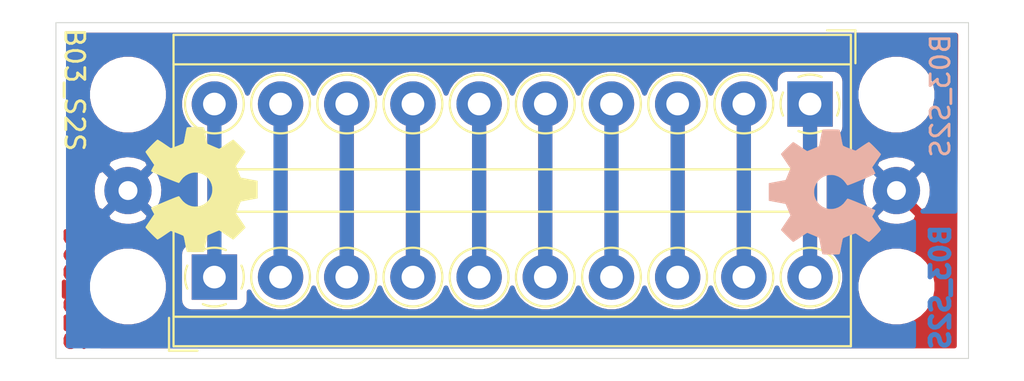
<source format=kicad_pcb>
(kicad_pcb (version 20171130) (host pcbnew 5.1.5-52549c5~86~ubuntu18.04.1)

  (general
    (thickness 1.6)
    (drawings 8)
    (tracks 22)
    (zones 0)
    (modules 10)
    (nets 12)
  )

  (page A4)
  (title_block
    (title "B03 Screw to screw terminal")
    (company Galopago)
  )

  (layers
    (0 F.Cu signal)
    (31 B.Cu signal)
    (32 B.Adhes user)
    (33 F.Adhes user)
    (34 B.Paste user)
    (35 F.Paste user)
    (36 B.SilkS user)
    (37 F.SilkS user)
    (38 B.Mask user)
    (39 F.Mask user)
    (40 Dwgs.User user)
    (41 Cmts.User user)
    (42 Eco1.User user)
    (43 Eco2.User user)
    (44 Edge.Cuts user)
    (45 Margin user)
    (46 B.CrtYd user)
    (47 F.CrtYd user)
    (48 B.Fab user)
    (49 F.Fab user)
  )

  (setup
    (last_trace_width 0.75)
    (trace_clearance 0.2)
    (zone_clearance 0.508)
    (zone_45_only no)
    (trace_min 0.2)
    (via_size 0.8)
    (via_drill 0.4)
    (via_min_size 0.4)
    (via_min_drill 0.3)
    (uvia_size 0.3)
    (uvia_drill 0.1)
    (uvias_allowed no)
    (uvia_min_size 0.2)
    (uvia_min_drill 0.1)
    (edge_width 0.05)
    (segment_width 0.2)
    (pcb_text_width 0.3)
    (pcb_text_size 1.5 1.5)
    (mod_edge_width 0.12)
    (mod_text_size 1 1)
    (mod_text_width 0.15)
    (pad_size 3 3)
    (pad_drill 3)
    (pad_to_mask_clearance 0.051)
    (solder_mask_min_width 0.25)
    (aux_axis_origin 0 0)
    (visible_elements FFFFFF7F)
    (pcbplotparams
      (layerselection 0x010f0_ffffffff)
      (usegerberextensions false)
      (usegerberattributes false)
      (usegerberadvancedattributes false)
      (creategerberjobfile false)
      (excludeedgelayer true)
      (linewidth 0.100000)
      (plotframeref false)
      (viasonmask false)
      (mode 1)
      (useauxorigin false)
      (hpglpennumber 1)
      (hpglpenspeed 20)
      (hpglpendiameter 15.000000)
      (psnegative false)
      (psa4output false)
      (plotreference true)
      (plotvalue true)
      (plotinvisibletext false)
      (padsonsilk false)
      (subtractmaskfromsilk false)
      (outputformat 1)
      (mirror false)
      (drillshape 0)
      (scaleselection 1)
      (outputdirectory "gerber/single/"))
  )

  (net 0 "")
  (net 1 "Net-(J0-Pad1)")
  (net 2 "Net-(J2-Pad10)")
  (net 3 "Net-(J2-Pad9)")
  (net 4 "Net-(J2-Pad8)")
  (net 5 "Net-(J2-Pad7)")
  (net 6 "Net-(J2-Pad6)")
  (net 7 "Net-(J2-Pad5)")
  (net 8 "Net-(J2-Pad4)")
  (net 9 "Net-(J2-Pad3)")
  (net 10 "Net-(J2-Pad2)")
  (net 11 "Net-(J2-Pad1)")

  (net_class Default "This is the default net class."
    (clearance 0.2)
    (trace_width 0.75)
    (via_dia 0.8)
    (via_drill 0.4)
    (uvia_dia 0.3)
    (uvia_drill 0.1)
    (add_net "Net-(J0-Pad1)")
    (add_net "Net-(J2-Pad1)")
    (add_net "Net-(J2-Pad10)")
    (add_net "Net-(J2-Pad2)")
    (add_net "Net-(J2-Pad3)")
    (add_net "Net-(J2-Pad4)")
    (add_net "Net-(J2-Pad5)")
    (add_net "Net-(J2-Pad6)")
    (add_net "Net-(J2-Pad7)")
    (add_net "Net-(J2-Pad8)")
    (add_net "Net-(J2-Pad9)")
  )

  (module Symbol:OSHW-Symbol_6.7x6mm_SilkScreen (layer B.Cu) (tedit 0) (tstamp 5F554AA9)
    (at 60.6806 28.956 270)
    (descr "Open Source Hardware Symbol")
    (tags "Logo Symbol OSHW")
    (attr virtual)
    (fp_text reference REF** (at 0 0 90) (layer B.SilkS) hide
      (effects (font (size 1 1) (thickness 0.15)) (justify mirror))
    )
    (fp_text value OSHW-Symbol_6.7x6mm_SilkScreen (at 0.75 0 90) (layer B.Fab) hide
      (effects (font (size 1 1) (thickness 0.15)) (justify mirror))
    )
    (fp_poly (pts (xy 0.555814 2.531069) (xy 0.639635 2.086445) (xy 0.94892 1.958947) (xy 1.258206 1.831449)
      (xy 1.629246 2.083754) (xy 1.733157 2.154004) (xy 1.827087 2.216728) (xy 1.906652 2.269062)
      (xy 1.96747 2.308143) (xy 2.005157 2.331107) (xy 2.015421 2.336058) (xy 2.03391 2.323324)
      (xy 2.07342 2.288118) (xy 2.129522 2.234938) (xy 2.197787 2.168282) (xy 2.273786 2.092646)
      (xy 2.353092 2.012528) (xy 2.431275 1.932426) (xy 2.503907 1.856836) (xy 2.566559 1.790255)
      (xy 2.614803 1.737182) (xy 2.64421 1.702113) (xy 2.651241 1.690377) (xy 2.641123 1.66874)
      (xy 2.612759 1.621338) (xy 2.569129 1.552807) (xy 2.513218 1.467785) (xy 2.448006 1.370907)
      (xy 2.410219 1.31565) (xy 2.341343 1.214752) (xy 2.28014 1.123701) (xy 2.229578 1.04703)
      (xy 2.192628 0.989272) (xy 2.172258 0.954957) (xy 2.169197 0.947746) (xy 2.176136 0.927252)
      (xy 2.195051 0.879487) (xy 2.223087 0.811168) (xy 2.257391 0.729011) (xy 2.295109 0.63973)
      (xy 2.333387 0.550042) (xy 2.36937 0.466662) (xy 2.400206 0.396306) (xy 2.423039 0.34569)
      (xy 2.435017 0.321529) (xy 2.435724 0.320578) (xy 2.454531 0.315964) (xy 2.504618 0.305672)
      (xy 2.580793 0.290713) (xy 2.677865 0.272099) (xy 2.790643 0.250841) (xy 2.856442 0.238582)
      (xy 2.97695 0.215638) (xy 3.085797 0.193805) (xy 3.177476 0.174278) (xy 3.246481 0.158252)
      (xy 3.287304 0.146921) (xy 3.295511 0.143326) (xy 3.303548 0.118994) (xy 3.310033 0.064041)
      (xy 3.31497 -0.015108) (xy 3.318364 -0.112026) (xy 3.320218 -0.220287) (xy 3.320538 -0.333465)
      (xy 3.319327 -0.445135) (xy 3.31659 -0.548868) (xy 3.312331 -0.638241) (xy 3.306555 -0.706826)
      (xy 3.299267 -0.748197) (xy 3.294895 -0.75681) (xy 3.268764 -0.767133) (xy 3.213393 -0.781892)
      (xy 3.136107 -0.799352) (xy 3.04423 -0.81778) (xy 3.012158 -0.823741) (xy 2.857524 -0.852066)
      (xy 2.735375 -0.874876) (xy 2.641673 -0.89308) (xy 2.572384 -0.907583) (xy 2.523471 -0.919292)
      (xy 2.490897 -0.929115) (xy 2.470628 -0.937956) (xy 2.458626 -0.946724) (xy 2.456947 -0.948457)
      (xy 2.440184 -0.976371) (xy 2.414614 -1.030695) (xy 2.382788 -1.104777) (xy 2.34726 -1.191965)
      (xy 2.310583 -1.285608) (xy 2.275311 -1.379052) (xy 2.243996 -1.465647) (xy 2.219193 -1.53874)
      (xy 2.203454 -1.591678) (xy 2.199332 -1.617811) (xy 2.199676 -1.618726) (xy 2.213641 -1.640086)
      (xy 2.245322 -1.687084) (xy 2.291391 -1.754827) (xy 2.348518 -1.838423) (xy 2.413373 -1.932982)
      (xy 2.431843 -1.959854) (xy 2.497699 -2.057275) (xy 2.55565 -2.146163) (xy 2.602538 -2.221412)
      (xy 2.635207 -2.27792) (xy 2.6505 -2.310581) (xy 2.651241 -2.314593) (xy 2.638392 -2.335684)
      (xy 2.602888 -2.377464) (xy 2.549293 -2.435445) (xy 2.482171 -2.505135) (xy 2.406087 -2.582045)
      (xy 2.325604 -2.661683) (xy 2.245287 -2.739561) (xy 2.169699 -2.811186) (xy 2.103405 -2.87207)
      (xy 2.050969 -2.917721) (xy 2.016955 -2.94365) (xy 2.007545 -2.947883) (xy 1.985643 -2.937912)
      (xy 1.9408 -2.91102) (xy 1.880321 -2.871736) (xy 1.833789 -2.840117) (xy 1.749475 -2.782098)
      (xy 1.649626 -2.713784) (xy 1.549473 -2.645579) (xy 1.495627 -2.609075) (xy 1.313371 -2.4858)
      (xy 1.160381 -2.56852) (xy 1.090682 -2.604759) (xy 1.031414 -2.632926) (xy 0.991311 -2.648991)
      (xy 0.981103 -2.651226) (xy 0.968829 -2.634722) (xy 0.944613 -2.588082) (xy 0.910263 -2.515609)
      (xy 0.867588 -2.421606) (xy 0.818394 -2.310374) (xy 0.76449 -2.186215) (xy 0.707684 -2.053432)
      (xy 0.649782 -1.916327) (xy 0.592593 -1.779202) (xy 0.537924 -1.646358) (xy 0.487584 -1.522098)
      (xy 0.44338 -1.410725) (xy 0.407119 -1.316539) (xy 0.380609 -1.243844) (xy 0.365658 -1.196941)
      (xy 0.363254 -1.180833) (xy 0.382311 -1.160286) (xy 0.424036 -1.126933) (xy 0.479706 -1.087702)
      (xy 0.484378 -1.084599) (xy 0.628264 -0.969423) (xy 0.744283 -0.835053) (xy 0.83143 -0.685784)
      (xy 0.888699 -0.525913) (xy 0.915086 -0.359737) (xy 0.909585 -0.191552) (xy 0.87119 -0.025655)
      (xy 0.798895 0.133658) (xy 0.777626 0.168513) (xy 0.666996 0.309263) (xy 0.536302 0.422286)
      (xy 0.390064 0.506997) (xy 0.232808 0.562806) (xy 0.069057 0.589126) (xy -0.096667 0.58537)
      (xy -0.259838 0.55095) (xy -0.415935 0.485277) (xy -0.560433 0.387765) (xy -0.605131 0.348187)
      (xy -0.718888 0.224297) (xy -0.801782 0.093876) (xy -0.858644 -0.052315) (xy -0.890313 -0.197088)
      (xy -0.898131 -0.35986) (xy -0.872062 -0.52344) (xy -0.814755 -0.682298) (xy -0.728856 -0.830906)
      (xy -0.617014 -0.963735) (xy -0.481877 -1.075256) (xy -0.464117 -1.087011) (xy -0.40785 -1.125508)
      (xy -0.365077 -1.158863) (xy -0.344628 -1.18016) (xy -0.344331 -1.180833) (xy -0.348721 -1.203871)
      (xy -0.366124 -1.256157) (xy -0.394732 -1.33339) (xy -0.432735 -1.431268) (xy -0.478326 -1.545491)
      (xy -0.529697 -1.671758) (xy -0.585038 -1.805767) (xy -0.642542 -1.943218) (xy -0.700399 -2.079808)
      (xy -0.756802 -2.211237) (xy -0.809942 -2.333205) (xy -0.85801 -2.441409) (xy -0.899199 -2.531549)
      (xy -0.931699 -2.599323) (xy -0.953703 -2.64043) (xy -0.962564 -2.651226) (xy -0.98964 -2.642819)
      (xy -1.040303 -2.620272) (xy -1.105817 -2.587613) (xy -1.141841 -2.56852) (xy -1.294832 -2.4858)
      (xy -1.477088 -2.609075) (xy -1.570125 -2.672228) (xy -1.671985 -2.741727) (xy -1.767438 -2.807165)
      (xy -1.81525 -2.840117) (xy -1.882495 -2.885273) (xy -1.939436 -2.921057) (xy -1.978646 -2.942938)
      (xy -1.991381 -2.947563) (xy -2.009917 -2.935085) (xy -2.050941 -2.900252) (xy -2.110475 -2.846678)
      (xy -2.184542 -2.777983) (xy -2.269165 -2.697781) (xy -2.322685 -2.646286) (xy -2.416319 -2.554286)
      (xy -2.497241 -2.471999) (xy -2.562177 -2.402945) (xy -2.607858 -2.350644) (xy -2.631011 -2.318616)
      (xy -2.633232 -2.312116) (xy -2.622924 -2.287394) (xy -2.594439 -2.237405) (xy -2.550937 -2.167212)
      (xy -2.495577 -2.081875) (xy -2.43152 -1.986456) (xy -2.413303 -1.959854) (xy -2.346927 -1.863167)
      (xy -2.287378 -1.776117) (xy -2.237984 -1.703595) (xy -2.202075 -1.650493) (xy -2.182981 -1.621703)
      (xy -2.181136 -1.618726) (xy -2.183895 -1.595782) (xy -2.198538 -1.545336) (xy -2.222513 -1.474041)
      (xy -2.253266 -1.388547) (xy -2.288244 -1.295507) (xy -2.324893 -1.201574) (xy -2.360661 -1.113399)
      (xy -2.392994 -1.037634) (xy -2.419338 -0.980931) (xy -2.437142 -0.949943) (xy -2.438407 -0.948457)
      (xy -2.449294 -0.939601) (xy -2.467682 -0.930843) (xy -2.497606 -0.921277) (xy -2.543103 -0.909996)
      (xy -2.608209 -0.896093) (xy -2.696961 -0.878663) (xy -2.813393 -0.856798) (xy -2.961542 -0.829591)
      (xy -2.993618 -0.823741) (xy -3.088686 -0.805374) (xy -3.171565 -0.787405) (xy -3.23493 -0.771569)
      (xy -3.271458 -0.7596) (xy -3.276356 -0.75681) (xy -3.284427 -0.732072) (xy -3.290987 -0.67679)
      (xy -3.296033 -0.597389) (xy -3.299559 -0.500296) (xy -3.301561 -0.391938) (xy -3.302036 -0.27874)
      (xy -3.300977 -0.167128) (xy -3.298382 -0.063529) (xy -3.294246 0.025632) (xy -3.288563 0.093928)
      (xy -3.281331 0.134934) (xy -3.276971 0.143326) (xy -3.252698 0.151792) (xy -3.197426 0.165565)
      (xy -3.116662 0.18345) (xy -3.015912 0.204252) (xy -2.900683 0.226777) (xy -2.837902 0.238582)
      (xy -2.718787 0.260849) (xy -2.612565 0.281021) (xy -2.524427 0.298085) (xy -2.459566 0.311031)
      (xy -2.423174 0.318845) (xy -2.417184 0.320578) (xy -2.407061 0.34011) (xy -2.385662 0.387157)
      (xy -2.355839 0.454997) (xy -2.320445 0.536909) (xy -2.282332 0.626172) (xy -2.244353 0.716065)
      (xy -2.20936 0.799865) (xy -2.180206 0.870853) (xy -2.159743 0.922306) (xy -2.150823 0.947503)
      (xy -2.150657 0.948604) (xy -2.160769 0.968481) (xy -2.189117 1.014223) (xy -2.232723 1.081283)
      (xy -2.288606 1.165116) (xy -2.353787 1.261174) (xy -2.391679 1.31635) (xy -2.460725 1.417519)
      (xy -2.52205 1.50937) (xy -2.572663 1.587256) (xy -2.609571 1.646531) (xy -2.629782 1.682549)
      (xy -2.632701 1.690623) (xy -2.620153 1.709416) (xy -2.585463 1.749543) (xy -2.533063 1.806507)
      (xy -2.467384 1.875815) (xy -2.392856 1.952969) (xy -2.313913 2.033475) (xy -2.234983 2.112837)
      (xy -2.1605 2.18656) (xy -2.094894 2.250148) (xy -2.042596 2.299106) (xy -2.008039 2.328939)
      (xy -1.996478 2.336058) (xy -1.977654 2.326047) (xy -1.932631 2.297922) (xy -1.865787 2.254546)
      (xy -1.781499 2.198782) (xy -1.684144 2.133494) (xy -1.610707 2.083754) (xy -1.239667 1.831449)
      (xy -0.621095 2.086445) (xy -0.537275 2.531069) (xy -0.453454 2.975693) (xy 0.471994 2.975693)
      (xy 0.555814 2.531069)) (layer B.SilkS) (width 0.01))
  )

  (module Symbol:OSHW-Symbol_6.7x6mm_SilkScreen (layer F.Cu) (tedit 0) (tstamp 5F554AA3)
    (at 27.686 28.829 270)
    (descr "Open Source Hardware Symbol")
    (tags "Logo Symbol OSHW")
    (attr virtual)
    (fp_text reference REF** (at 0 0 90) (layer F.SilkS) hide
      (effects (font (size 1 1) (thickness 0.15)))
    )
    (fp_text value OSHW-Symbol_6.7x6mm_SilkScreen (at 0.75 0 90) (layer F.Fab) hide
      (effects (font (size 1 1) (thickness 0.15)))
    )
    (fp_poly (pts (xy 0.555814 -2.531069) (xy 0.639635 -2.086445) (xy 0.94892 -1.958947) (xy 1.258206 -1.831449)
      (xy 1.629246 -2.083754) (xy 1.733157 -2.154004) (xy 1.827087 -2.216728) (xy 1.906652 -2.269062)
      (xy 1.96747 -2.308143) (xy 2.005157 -2.331107) (xy 2.015421 -2.336058) (xy 2.03391 -2.323324)
      (xy 2.07342 -2.288118) (xy 2.129522 -2.234938) (xy 2.197787 -2.168282) (xy 2.273786 -2.092646)
      (xy 2.353092 -2.012528) (xy 2.431275 -1.932426) (xy 2.503907 -1.856836) (xy 2.566559 -1.790255)
      (xy 2.614803 -1.737182) (xy 2.64421 -1.702113) (xy 2.651241 -1.690377) (xy 2.641123 -1.66874)
      (xy 2.612759 -1.621338) (xy 2.569129 -1.552807) (xy 2.513218 -1.467785) (xy 2.448006 -1.370907)
      (xy 2.410219 -1.31565) (xy 2.341343 -1.214752) (xy 2.28014 -1.123701) (xy 2.229578 -1.04703)
      (xy 2.192628 -0.989272) (xy 2.172258 -0.954957) (xy 2.169197 -0.947746) (xy 2.176136 -0.927252)
      (xy 2.195051 -0.879487) (xy 2.223087 -0.811168) (xy 2.257391 -0.729011) (xy 2.295109 -0.63973)
      (xy 2.333387 -0.550042) (xy 2.36937 -0.466662) (xy 2.400206 -0.396306) (xy 2.423039 -0.34569)
      (xy 2.435017 -0.321529) (xy 2.435724 -0.320578) (xy 2.454531 -0.315964) (xy 2.504618 -0.305672)
      (xy 2.580793 -0.290713) (xy 2.677865 -0.272099) (xy 2.790643 -0.250841) (xy 2.856442 -0.238582)
      (xy 2.97695 -0.215638) (xy 3.085797 -0.193805) (xy 3.177476 -0.174278) (xy 3.246481 -0.158252)
      (xy 3.287304 -0.146921) (xy 3.295511 -0.143326) (xy 3.303548 -0.118994) (xy 3.310033 -0.064041)
      (xy 3.31497 0.015108) (xy 3.318364 0.112026) (xy 3.320218 0.220287) (xy 3.320538 0.333465)
      (xy 3.319327 0.445135) (xy 3.31659 0.548868) (xy 3.312331 0.638241) (xy 3.306555 0.706826)
      (xy 3.299267 0.748197) (xy 3.294895 0.75681) (xy 3.268764 0.767133) (xy 3.213393 0.781892)
      (xy 3.136107 0.799352) (xy 3.04423 0.81778) (xy 3.012158 0.823741) (xy 2.857524 0.852066)
      (xy 2.735375 0.874876) (xy 2.641673 0.89308) (xy 2.572384 0.907583) (xy 2.523471 0.919292)
      (xy 2.490897 0.929115) (xy 2.470628 0.937956) (xy 2.458626 0.946724) (xy 2.456947 0.948457)
      (xy 2.440184 0.976371) (xy 2.414614 1.030695) (xy 2.382788 1.104777) (xy 2.34726 1.191965)
      (xy 2.310583 1.285608) (xy 2.275311 1.379052) (xy 2.243996 1.465647) (xy 2.219193 1.53874)
      (xy 2.203454 1.591678) (xy 2.199332 1.617811) (xy 2.199676 1.618726) (xy 2.213641 1.640086)
      (xy 2.245322 1.687084) (xy 2.291391 1.754827) (xy 2.348518 1.838423) (xy 2.413373 1.932982)
      (xy 2.431843 1.959854) (xy 2.497699 2.057275) (xy 2.55565 2.146163) (xy 2.602538 2.221412)
      (xy 2.635207 2.27792) (xy 2.6505 2.310581) (xy 2.651241 2.314593) (xy 2.638392 2.335684)
      (xy 2.602888 2.377464) (xy 2.549293 2.435445) (xy 2.482171 2.505135) (xy 2.406087 2.582045)
      (xy 2.325604 2.661683) (xy 2.245287 2.739561) (xy 2.169699 2.811186) (xy 2.103405 2.87207)
      (xy 2.050969 2.917721) (xy 2.016955 2.94365) (xy 2.007545 2.947883) (xy 1.985643 2.937912)
      (xy 1.9408 2.91102) (xy 1.880321 2.871736) (xy 1.833789 2.840117) (xy 1.749475 2.782098)
      (xy 1.649626 2.713784) (xy 1.549473 2.645579) (xy 1.495627 2.609075) (xy 1.313371 2.4858)
      (xy 1.160381 2.56852) (xy 1.090682 2.604759) (xy 1.031414 2.632926) (xy 0.991311 2.648991)
      (xy 0.981103 2.651226) (xy 0.968829 2.634722) (xy 0.944613 2.588082) (xy 0.910263 2.515609)
      (xy 0.867588 2.421606) (xy 0.818394 2.310374) (xy 0.76449 2.186215) (xy 0.707684 2.053432)
      (xy 0.649782 1.916327) (xy 0.592593 1.779202) (xy 0.537924 1.646358) (xy 0.487584 1.522098)
      (xy 0.44338 1.410725) (xy 0.407119 1.316539) (xy 0.380609 1.243844) (xy 0.365658 1.196941)
      (xy 0.363254 1.180833) (xy 0.382311 1.160286) (xy 0.424036 1.126933) (xy 0.479706 1.087702)
      (xy 0.484378 1.084599) (xy 0.628264 0.969423) (xy 0.744283 0.835053) (xy 0.83143 0.685784)
      (xy 0.888699 0.525913) (xy 0.915086 0.359737) (xy 0.909585 0.191552) (xy 0.87119 0.025655)
      (xy 0.798895 -0.133658) (xy 0.777626 -0.168513) (xy 0.666996 -0.309263) (xy 0.536302 -0.422286)
      (xy 0.390064 -0.506997) (xy 0.232808 -0.562806) (xy 0.069057 -0.589126) (xy -0.096667 -0.58537)
      (xy -0.259838 -0.55095) (xy -0.415935 -0.485277) (xy -0.560433 -0.387765) (xy -0.605131 -0.348187)
      (xy -0.718888 -0.224297) (xy -0.801782 -0.093876) (xy -0.858644 0.052315) (xy -0.890313 0.197088)
      (xy -0.898131 0.35986) (xy -0.872062 0.52344) (xy -0.814755 0.682298) (xy -0.728856 0.830906)
      (xy -0.617014 0.963735) (xy -0.481877 1.075256) (xy -0.464117 1.087011) (xy -0.40785 1.125508)
      (xy -0.365077 1.158863) (xy -0.344628 1.18016) (xy -0.344331 1.180833) (xy -0.348721 1.203871)
      (xy -0.366124 1.256157) (xy -0.394732 1.33339) (xy -0.432735 1.431268) (xy -0.478326 1.545491)
      (xy -0.529697 1.671758) (xy -0.585038 1.805767) (xy -0.642542 1.943218) (xy -0.700399 2.079808)
      (xy -0.756802 2.211237) (xy -0.809942 2.333205) (xy -0.85801 2.441409) (xy -0.899199 2.531549)
      (xy -0.931699 2.599323) (xy -0.953703 2.64043) (xy -0.962564 2.651226) (xy -0.98964 2.642819)
      (xy -1.040303 2.620272) (xy -1.105817 2.587613) (xy -1.141841 2.56852) (xy -1.294832 2.4858)
      (xy -1.477088 2.609075) (xy -1.570125 2.672228) (xy -1.671985 2.741727) (xy -1.767438 2.807165)
      (xy -1.81525 2.840117) (xy -1.882495 2.885273) (xy -1.939436 2.921057) (xy -1.978646 2.942938)
      (xy -1.991381 2.947563) (xy -2.009917 2.935085) (xy -2.050941 2.900252) (xy -2.110475 2.846678)
      (xy -2.184542 2.777983) (xy -2.269165 2.697781) (xy -2.322685 2.646286) (xy -2.416319 2.554286)
      (xy -2.497241 2.471999) (xy -2.562177 2.402945) (xy -2.607858 2.350644) (xy -2.631011 2.318616)
      (xy -2.633232 2.312116) (xy -2.622924 2.287394) (xy -2.594439 2.237405) (xy -2.550937 2.167212)
      (xy -2.495577 2.081875) (xy -2.43152 1.986456) (xy -2.413303 1.959854) (xy -2.346927 1.863167)
      (xy -2.287378 1.776117) (xy -2.237984 1.703595) (xy -2.202075 1.650493) (xy -2.182981 1.621703)
      (xy -2.181136 1.618726) (xy -2.183895 1.595782) (xy -2.198538 1.545336) (xy -2.222513 1.474041)
      (xy -2.253266 1.388547) (xy -2.288244 1.295507) (xy -2.324893 1.201574) (xy -2.360661 1.113399)
      (xy -2.392994 1.037634) (xy -2.419338 0.980931) (xy -2.437142 0.949943) (xy -2.438407 0.948457)
      (xy -2.449294 0.939601) (xy -2.467682 0.930843) (xy -2.497606 0.921277) (xy -2.543103 0.909996)
      (xy -2.608209 0.896093) (xy -2.696961 0.878663) (xy -2.813393 0.856798) (xy -2.961542 0.829591)
      (xy -2.993618 0.823741) (xy -3.088686 0.805374) (xy -3.171565 0.787405) (xy -3.23493 0.771569)
      (xy -3.271458 0.7596) (xy -3.276356 0.75681) (xy -3.284427 0.732072) (xy -3.290987 0.67679)
      (xy -3.296033 0.597389) (xy -3.299559 0.500296) (xy -3.301561 0.391938) (xy -3.302036 0.27874)
      (xy -3.300977 0.167128) (xy -3.298382 0.063529) (xy -3.294246 -0.025632) (xy -3.288563 -0.093928)
      (xy -3.281331 -0.134934) (xy -3.276971 -0.143326) (xy -3.252698 -0.151792) (xy -3.197426 -0.165565)
      (xy -3.116662 -0.18345) (xy -3.015912 -0.204252) (xy -2.900683 -0.226777) (xy -2.837902 -0.238582)
      (xy -2.718787 -0.260849) (xy -2.612565 -0.281021) (xy -2.524427 -0.298085) (xy -2.459566 -0.311031)
      (xy -2.423174 -0.318845) (xy -2.417184 -0.320578) (xy -2.407061 -0.34011) (xy -2.385662 -0.387157)
      (xy -2.355839 -0.454997) (xy -2.320445 -0.536909) (xy -2.282332 -0.626172) (xy -2.244353 -0.716065)
      (xy -2.20936 -0.799865) (xy -2.180206 -0.870853) (xy -2.159743 -0.922306) (xy -2.150823 -0.947503)
      (xy -2.150657 -0.948604) (xy -2.160769 -0.968481) (xy -2.189117 -1.014223) (xy -2.232723 -1.081283)
      (xy -2.288606 -1.165116) (xy -2.353787 -1.261174) (xy -2.391679 -1.31635) (xy -2.460725 -1.417519)
      (xy -2.52205 -1.50937) (xy -2.572663 -1.587256) (xy -2.609571 -1.646531) (xy -2.629782 -1.682549)
      (xy -2.632701 -1.690623) (xy -2.620153 -1.709416) (xy -2.585463 -1.749543) (xy -2.533063 -1.806507)
      (xy -2.467384 -1.875815) (xy -2.392856 -1.952969) (xy -2.313913 -2.033475) (xy -2.234983 -2.112837)
      (xy -2.1605 -2.18656) (xy -2.094894 -2.250148) (xy -2.042596 -2.299106) (xy -2.008039 -2.328939)
      (xy -1.996478 -2.336058) (xy -1.977654 -2.326047) (xy -1.932631 -2.297922) (xy -1.865787 -2.254546)
      (xy -1.781499 -2.198782) (xy -1.684144 -2.133494) (xy -1.610707 -2.083754) (xy -1.239667 -1.831449)
      (xy -0.621095 -2.086445) (xy -0.537275 -2.531069) (xy -0.453454 -2.975693) (xy 0.471994 -2.975693)
      (xy 0.555814 -2.531069)) (layer F.SilkS) (width 0.01))
  )

  (module TerminalBlock_4Ucon:TerminalBlock_4Ucon_1x10_P3.50mm_Horizontal (layer F.Cu) (tedit 5B294E97) (tstamp 5F555BB2)
    (at 59.88 24.3078 180)
    (descr "Terminal Block 4Ucon ItemNo. 10687, 10 pins, pitch 3.5mm, size 35.7x7mm^2, drill diamater 1.2mm, pad diameter 2.4mm, see http://www.4uconnector.com/online/object/4udrawing/10687.pdf, script-generated using https://github.com/pointhi/kicad-footprint-generator/scripts/TerminalBlock_4Ucon")
    (tags "THT Terminal Block 4Ucon ItemNo. 10687 pitch 3.5mm size 35.7x7mm^2 drill 1.2mm pad 2.4mm")
    (path /5F57361F)
    (fp_text reference J3 (at 15.75 -4.46) (layer F.SilkS) hide
      (effects (font (size 1 1) (thickness 0.15)))
    )
    (fp_text value Conn_01x10_Female (at 15.75 4.66) (layer F.Fab)
      (effects (font (size 1 1) (thickness 0.15)))
    )
    (fp_text user %R (at 15.75 2.9) (layer F.Fab)
      (effects (font (size 1 1) (thickness 0.15)))
    )
    (fp_line (start 34.1 -3.9) (end -2.6 -3.9) (layer F.CrtYd) (width 0.05))
    (fp_line (start 34.1 4.1) (end 34.1 -3.9) (layer F.CrtYd) (width 0.05))
    (fp_line (start -2.6 4.1) (end 34.1 4.1) (layer F.CrtYd) (width 0.05))
    (fp_line (start -2.6 -3.9) (end -2.6 4.1) (layer F.CrtYd) (width 0.05))
    (fp_line (start -2.4 3.9) (end -0.9 3.9) (layer F.SilkS) (width 0.12))
    (fp_line (start -2.4 2.16) (end -2.4 3.9) (layer F.SilkS) (width 0.12))
    (fp_line (start 30.4 0.069) (end 30.4 -0.069) (layer F.Fab) (width 0.1))
    (fp_line (start 31.431 0.069) (end 30.4 0.069) (layer F.Fab) (width 0.1))
    (fp_line (start 31.431 1.1) (end 31.431 0.069) (layer F.Fab) (width 0.1))
    (fp_line (start 31.569 1.1) (end 31.431 1.1) (layer F.Fab) (width 0.1))
    (fp_line (start 31.569 0.069) (end 31.569 1.1) (layer F.Fab) (width 0.1))
    (fp_line (start 32.6 0.069) (end 31.569 0.069) (layer F.Fab) (width 0.1))
    (fp_line (start 32.6 -0.069) (end 32.6 0.069) (layer F.Fab) (width 0.1))
    (fp_line (start 31.569 -0.069) (end 32.6 -0.069) (layer F.Fab) (width 0.1))
    (fp_line (start 31.569 -1.1) (end 31.569 -0.069) (layer F.Fab) (width 0.1))
    (fp_line (start 31.431 -1.1) (end 31.569 -1.1) (layer F.Fab) (width 0.1))
    (fp_line (start 31.431 -0.069) (end 31.431 -1.1) (layer F.Fab) (width 0.1))
    (fp_line (start 30.4 -0.069) (end 31.431 -0.069) (layer F.Fab) (width 0.1))
    (fp_line (start 26.9 0.069) (end 26.9 -0.069) (layer F.Fab) (width 0.1))
    (fp_line (start 27.931 0.069) (end 26.9 0.069) (layer F.Fab) (width 0.1))
    (fp_line (start 27.931 1.1) (end 27.931 0.069) (layer F.Fab) (width 0.1))
    (fp_line (start 28.069 1.1) (end 27.931 1.1) (layer F.Fab) (width 0.1))
    (fp_line (start 28.069 0.069) (end 28.069 1.1) (layer F.Fab) (width 0.1))
    (fp_line (start 29.1 0.069) (end 28.069 0.069) (layer F.Fab) (width 0.1))
    (fp_line (start 29.1 -0.069) (end 29.1 0.069) (layer F.Fab) (width 0.1))
    (fp_line (start 28.069 -0.069) (end 29.1 -0.069) (layer F.Fab) (width 0.1))
    (fp_line (start 28.069 -1.1) (end 28.069 -0.069) (layer F.Fab) (width 0.1))
    (fp_line (start 27.931 -1.1) (end 28.069 -1.1) (layer F.Fab) (width 0.1))
    (fp_line (start 27.931 -0.069) (end 27.931 -1.1) (layer F.Fab) (width 0.1))
    (fp_line (start 26.9 -0.069) (end 27.931 -0.069) (layer F.Fab) (width 0.1))
    (fp_line (start 23.4 0.069) (end 23.4 -0.069) (layer F.Fab) (width 0.1))
    (fp_line (start 24.431 0.069) (end 23.4 0.069) (layer F.Fab) (width 0.1))
    (fp_line (start 24.431 1.1) (end 24.431 0.069) (layer F.Fab) (width 0.1))
    (fp_line (start 24.569 1.1) (end 24.431 1.1) (layer F.Fab) (width 0.1))
    (fp_line (start 24.569 0.069) (end 24.569 1.1) (layer F.Fab) (width 0.1))
    (fp_line (start 25.6 0.069) (end 24.569 0.069) (layer F.Fab) (width 0.1))
    (fp_line (start 25.6 -0.069) (end 25.6 0.069) (layer F.Fab) (width 0.1))
    (fp_line (start 24.569 -0.069) (end 25.6 -0.069) (layer F.Fab) (width 0.1))
    (fp_line (start 24.569 -1.1) (end 24.569 -0.069) (layer F.Fab) (width 0.1))
    (fp_line (start 24.431 -1.1) (end 24.569 -1.1) (layer F.Fab) (width 0.1))
    (fp_line (start 24.431 -0.069) (end 24.431 -1.1) (layer F.Fab) (width 0.1))
    (fp_line (start 23.4 -0.069) (end 24.431 -0.069) (layer F.Fab) (width 0.1))
    (fp_line (start 19.9 0.069) (end 19.9 -0.069) (layer F.Fab) (width 0.1))
    (fp_line (start 20.931 0.069) (end 19.9 0.069) (layer F.Fab) (width 0.1))
    (fp_line (start 20.931 1.1) (end 20.931 0.069) (layer F.Fab) (width 0.1))
    (fp_line (start 21.069 1.1) (end 20.931 1.1) (layer F.Fab) (width 0.1))
    (fp_line (start 21.069 0.069) (end 21.069 1.1) (layer F.Fab) (width 0.1))
    (fp_line (start 22.1 0.069) (end 21.069 0.069) (layer F.Fab) (width 0.1))
    (fp_line (start 22.1 -0.069) (end 22.1 0.069) (layer F.Fab) (width 0.1))
    (fp_line (start 21.069 -0.069) (end 22.1 -0.069) (layer F.Fab) (width 0.1))
    (fp_line (start 21.069 -1.1) (end 21.069 -0.069) (layer F.Fab) (width 0.1))
    (fp_line (start 20.931 -1.1) (end 21.069 -1.1) (layer F.Fab) (width 0.1))
    (fp_line (start 20.931 -0.069) (end 20.931 -1.1) (layer F.Fab) (width 0.1))
    (fp_line (start 19.9 -0.069) (end 20.931 -0.069) (layer F.Fab) (width 0.1))
    (fp_line (start 16.4 0.069) (end 16.4 -0.069) (layer F.Fab) (width 0.1))
    (fp_line (start 17.431 0.069) (end 16.4 0.069) (layer F.Fab) (width 0.1))
    (fp_line (start 17.431 1.1) (end 17.431 0.069) (layer F.Fab) (width 0.1))
    (fp_line (start 17.569 1.1) (end 17.431 1.1) (layer F.Fab) (width 0.1))
    (fp_line (start 17.569 0.069) (end 17.569 1.1) (layer F.Fab) (width 0.1))
    (fp_line (start 18.6 0.069) (end 17.569 0.069) (layer F.Fab) (width 0.1))
    (fp_line (start 18.6 -0.069) (end 18.6 0.069) (layer F.Fab) (width 0.1))
    (fp_line (start 17.569 -0.069) (end 18.6 -0.069) (layer F.Fab) (width 0.1))
    (fp_line (start 17.569 -1.1) (end 17.569 -0.069) (layer F.Fab) (width 0.1))
    (fp_line (start 17.431 -1.1) (end 17.569 -1.1) (layer F.Fab) (width 0.1))
    (fp_line (start 17.431 -0.069) (end 17.431 -1.1) (layer F.Fab) (width 0.1))
    (fp_line (start 16.4 -0.069) (end 17.431 -0.069) (layer F.Fab) (width 0.1))
    (fp_line (start 12.9 0.069) (end 12.9 -0.069) (layer F.Fab) (width 0.1))
    (fp_line (start 13.931 0.069) (end 12.9 0.069) (layer F.Fab) (width 0.1))
    (fp_line (start 13.931 1.1) (end 13.931 0.069) (layer F.Fab) (width 0.1))
    (fp_line (start 14.069 1.1) (end 13.931 1.1) (layer F.Fab) (width 0.1))
    (fp_line (start 14.069 0.069) (end 14.069 1.1) (layer F.Fab) (width 0.1))
    (fp_line (start 15.1 0.069) (end 14.069 0.069) (layer F.Fab) (width 0.1))
    (fp_line (start 15.1 -0.069) (end 15.1 0.069) (layer F.Fab) (width 0.1))
    (fp_line (start 14.069 -0.069) (end 15.1 -0.069) (layer F.Fab) (width 0.1))
    (fp_line (start 14.069 -1.1) (end 14.069 -0.069) (layer F.Fab) (width 0.1))
    (fp_line (start 13.931 -1.1) (end 14.069 -1.1) (layer F.Fab) (width 0.1))
    (fp_line (start 13.931 -0.069) (end 13.931 -1.1) (layer F.Fab) (width 0.1))
    (fp_line (start 12.9 -0.069) (end 13.931 -0.069) (layer F.Fab) (width 0.1))
    (fp_line (start 9.4 0.069) (end 9.4 -0.069) (layer F.Fab) (width 0.1))
    (fp_line (start 10.431 0.069) (end 9.4 0.069) (layer F.Fab) (width 0.1))
    (fp_line (start 10.431 1.1) (end 10.431 0.069) (layer F.Fab) (width 0.1))
    (fp_line (start 10.569 1.1) (end 10.431 1.1) (layer F.Fab) (width 0.1))
    (fp_line (start 10.569 0.069) (end 10.569 1.1) (layer F.Fab) (width 0.1))
    (fp_line (start 11.6 0.069) (end 10.569 0.069) (layer F.Fab) (width 0.1))
    (fp_line (start 11.6 -0.069) (end 11.6 0.069) (layer F.Fab) (width 0.1))
    (fp_line (start 10.569 -0.069) (end 11.6 -0.069) (layer F.Fab) (width 0.1))
    (fp_line (start 10.569 -1.1) (end 10.569 -0.069) (layer F.Fab) (width 0.1))
    (fp_line (start 10.431 -1.1) (end 10.569 -1.1) (layer F.Fab) (width 0.1))
    (fp_line (start 10.431 -0.069) (end 10.431 -1.1) (layer F.Fab) (width 0.1))
    (fp_line (start 9.4 -0.069) (end 10.431 -0.069) (layer F.Fab) (width 0.1))
    (fp_line (start 5.9 0.069) (end 5.9 -0.069) (layer F.Fab) (width 0.1))
    (fp_line (start 6.931 0.069) (end 5.9 0.069) (layer F.Fab) (width 0.1))
    (fp_line (start 6.931 1.1) (end 6.931 0.069) (layer F.Fab) (width 0.1))
    (fp_line (start 7.069 1.1) (end 6.931 1.1) (layer F.Fab) (width 0.1))
    (fp_line (start 7.069 0.069) (end 7.069 1.1) (layer F.Fab) (width 0.1))
    (fp_line (start 8.1 0.069) (end 7.069 0.069) (layer F.Fab) (width 0.1))
    (fp_line (start 8.1 -0.069) (end 8.1 0.069) (layer F.Fab) (width 0.1))
    (fp_line (start 7.069 -0.069) (end 8.1 -0.069) (layer F.Fab) (width 0.1))
    (fp_line (start 7.069 -1.1) (end 7.069 -0.069) (layer F.Fab) (width 0.1))
    (fp_line (start 6.931 -1.1) (end 7.069 -1.1) (layer F.Fab) (width 0.1))
    (fp_line (start 6.931 -0.069) (end 6.931 -1.1) (layer F.Fab) (width 0.1))
    (fp_line (start 5.9 -0.069) (end 6.931 -0.069) (layer F.Fab) (width 0.1))
    (fp_line (start 2.4 0.069) (end 2.4 -0.069) (layer F.Fab) (width 0.1))
    (fp_line (start 3.431 0.069) (end 2.4 0.069) (layer F.Fab) (width 0.1))
    (fp_line (start 3.431 1.1) (end 3.431 0.069) (layer F.Fab) (width 0.1))
    (fp_line (start 3.569 1.1) (end 3.431 1.1) (layer F.Fab) (width 0.1))
    (fp_line (start 3.569 0.069) (end 3.569 1.1) (layer F.Fab) (width 0.1))
    (fp_line (start 4.6 0.069) (end 3.569 0.069) (layer F.Fab) (width 0.1))
    (fp_line (start 4.6 -0.069) (end 4.6 0.069) (layer F.Fab) (width 0.1))
    (fp_line (start 3.569 -0.069) (end 4.6 -0.069) (layer F.Fab) (width 0.1))
    (fp_line (start 3.569 -1.1) (end 3.569 -0.069) (layer F.Fab) (width 0.1))
    (fp_line (start 3.431 -1.1) (end 3.569 -1.1) (layer F.Fab) (width 0.1))
    (fp_line (start 3.431 -0.069) (end 3.431 -1.1) (layer F.Fab) (width 0.1))
    (fp_line (start 2.4 -0.069) (end 3.431 -0.069) (layer F.Fab) (width 0.1))
    (fp_line (start -1.1 0.069) (end -1.1 -0.069) (layer F.Fab) (width 0.1))
    (fp_line (start -0.069 0.069) (end -1.1 0.069) (layer F.Fab) (width 0.1))
    (fp_line (start -0.069 1.1) (end -0.069 0.069) (layer F.Fab) (width 0.1))
    (fp_line (start 0.069 1.1) (end -0.069 1.1) (layer F.Fab) (width 0.1))
    (fp_line (start 0.069 0.069) (end 0.069 1.1) (layer F.Fab) (width 0.1))
    (fp_line (start 1.1 0.069) (end 0.069 0.069) (layer F.Fab) (width 0.1))
    (fp_line (start 1.1 -0.069) (end 1.1 0.069) (layer F.Fab) (width 0.1))
    (fp_line (start 0.069 -0.069) (end 1.1 -0.069) (layer F.Fab) (width 0.1))
    (fp_line (start 0.069 -1.1) (end 0.069 -0.069) (layer F.Fab) (width 0.1))
    (fp_line (start -0.069 -1.1) (end 0.069 -1.1) (layer F.Fab) (width 0.1))
    (fp_line (start -0.069 -0.069) (end -0.069 -1.1) (layer F.Fab) (width 0.1))
    (fp_line (start -1.1 -0.069) (end -0.069 -0.069) (layer F.Fab) (width 0.1))
    (fp_line (start 33.66 -3.46) (end 33.66 3.66) (layer F.SilkS) (width 0.12))
    (fp_line (start -2.16 -3.46) (end -2.16 3.66) (layer F.SilkS) (width 0.12))
    (fp_line (start -2.16 3.66) (end 33.66 3.66) (layer F.SilkS) (width 0.12))
    (fp_line (start -2.16 -3.46) (end 33.66 -3.46) (layer F.SilkS) (width 0.12))
    (fp_line (start -2.16 2.1) (end 33.66 2.1) (layer F.SilkS) (width 0.12))
    (fp_line (start -2.1 2.1) (end 33.6 2.1) (layer F.Fab) (width 0.1))
    (fp_line (start -2.1 2.1) (end -2.1 -3.4) (layer F.Fab) (width 0.1))
    (fp_line (start -0.6 3.6) (end -2.1 2.1) (layer F.Fab) (width 0.1))
    (fp_line (start 33.6 3.6) (end -0.6 3.6) (layer F.Fab) (width 0.1))
    (fp_line (start 33.6 -3.4) (end 33.6 3.6) (layer F.Fab) (width 0.1))
    (fp_line (start -2.1 -3.4) (end 33.6 -3.4) (layer F.Fab) (width 0.1))
    (fp_circle (center 31.5 0) (end 33.055 0) (layer F.SilkS) (width 0.12))
    (fp_circle (center 31.5 0) (end 32.875 0) (layer F.Fab) (width 0.1))
    (fp_circle (center 28 0) (end 29.555 0) (layer F.SilkS) (width 0.12))
    (fp_circle (center 28 0) (end 29.375 0) (layer F.Fab) (width 0.1))
    (fp_circle (center 24.5 0) (end 26.055 0) (layer F.SilkS) (width 0.12))
    (fp_circle (center 24.5 0) (end 25.875 0) (layer F.Fab) (width 0.1))
    (fp_circle (center 21 0) (end 22.555 0) (layer F.SilkS) (width 0.12))
    (fp_circle (center 21 0) (end 22.375 0) (layer F.Fab) (width 0.1))
    (fp_circle (center 17.5 0) (end 19.055 0) (layer F.SilkS) (width 0.12))
    (fp_circle (center 17.5 0) (end 18.875 0) (layer F.Fab) (width 0.1))
    (fp_circle (center 14 0) (end 15.555 0) (layer F.SilkS) (width 0.12))
    (fp_circle (center 14 0) (end 15.375 0) (layer F.Fab) (width 0.1))
    (fp_circle (center 10.5 0) (end 12.055 0) (layer F.SilkS) (width 0.12))
    (fp_circle (center 10.5 0) (end 11.875 0) (layer F.Fab) (width 0.1))
    (fp_circle (center 7 0) (end 8.555 0) (layer F.SilkS) (width 0.12))
    (fp_circle (center 7 0) (end 8.375 0) (layer F.Fab) (width 0.1))
    (fp_circle (center 3.5 0) (end 5.055 0) (layer F.SilkS) (width 0.12))
    (fp_circle (center 3.5 0) (end 4.875 0) (layer F.Fab) (width 0.1))
    (fp_circle (center 0 0) (end 1.375 0) (layer F.Fab) (width 0.1))
    (fp_arc (start 0 0) (end -0.608 1.432) (angle -24) (layer F.SilkS) (width 0.12))
    (fp_arc (start 0 0) (end -1.432 -0.608) (angle -46) (layer F.SilkS) (width 0.12))
    (fp_arc (start 0 0) (end 0.608 -1.432) (angle -46) (layer F.SilkS) (width 0.12))
    (fp_arc (start 0 0) (end 1.432 0.608) (angle -46) (layer F.SilkS) (width 0.12))
    (fp_arc (start 0 0) (end 0 1.555) (angle -23) (layer F.SilkS) (width 0.12))
    (pad 10 thru_hole circle (at 31.5 0 180) (size 2.4 2.4) (drill 1.2) (layers *.Cu *.Mask)
      (net 11 "Net-(J2-Pad1)"))
    (pad 9 thru_hole circle (at 28 0 180) (size 2.4 2.4) (drill 1.2) (layers *.Cu *.Mask)
      (net 10 "Net-(J2-Pad2)"))
    (pad 8 thru_hole circle (at 24.5 0 180) (size 2.4 2.4) (drill 1.2) (layers *.Cu *.Mask)
      (net 9 "Net-(J2-Pad3)"))
    (pad 7 thru_hole circle (at 21 0 180) (size 2.4 2.4) (drill 1.2) (layers *.Cu *.Mask)
      (net 8 "Net-(J2-Pad4)"))
    (pad 6 thru_hole circle (at 17.5 0 180) (size 2.4 2.4) (drill 1.2) (layers *.Cu *.Mask)
      (net 7 "Net-(J2-Pad5)"))
    (pad 5 thru_hole circle (at 14 0 180) (size 2.4 2.4) (drill 1.2) (layers *.Cu *.Mask)
      (net 6 "Net-(J2-Pad6)"))
    (pad 4 thru_hole circle (at 10.5 0 180) (size 2.4 2.4) (drill 1.2) (layers *.Cu *.Mask)
      (net 5 "Net-(J2-Pad7)"))
    (pad 3 thru_hole circle (at 7 0 180) (size 2.4 2.4) (drill 1.2) (layers *.Cu *.Mask)
      (net 4 "Net-(J2-Pad8)"))
    (pad 2 thru_hole circle (at 3.5 0 180) (size 2.4 2.4) (drill 1.2) (layers *.Cu *.Mask)
      (net 3 "Net-(J2-Pad9)"))
    (pad 1 thru_hole rect (at 0 0 180) (size 2.4 2.4) (drill 1.2) (layers *.Cu *.Mask)
      (net 2 "Net-(J2-Pad10)"))
    (model ${KISYS3DMOD}/TerminalBlock_4Ucon.3dshapes/TerminalBlock_4Ucon_1x10_P3.50mm_Horizontal.wrl
      (at (xyz 0 0 0))
      (scale (xyz 1 1 1))
      (rotate (xyz 0 0 0))
    )
  )

  (module TerminalBlock_4Ucon:TerminalBlock_4Ucon_1x10_P3.50mm_Horizontal (layer F.Cu) (tedit 5B294E97) (tstamp 5F554928)
    (at 28.38 33.4722)
    (descr "Terminal Block 4Ucon ItemNo. 10687, 10 pins, pitch 3.5mm, size 35.7x7mm^2, drill diamater 1.2mm, pad diameter 2.4mm, see http://www.4uconnector.com/online/object/4udrawing/10687.pdf, script-generated using https://github.com/pointhi/kicad-footprint-generator/scripts/TerminalBlock_4Ucon")
    (tags "THT Terminal Block 4Ucon ItemNo. 10687 pitch 3.5mm size 35.7x7mm^2 drill 1.2mm pad 2.4mm")
    (path /5F56D256)
    (fp_text reference J2 (at 15.75 -4.46) (layer F.SilkS) hide
      (effects (font (size 1 1) (thickness 0.15)))
    )
    (fp_text value Conn_01x10_Female (at 15.75 4.66) (layer F.Fab)
      (effects (font (size 1 1) (thickness 0.15)))
    )
    (fp_text user %R (at 15.75 2.9) (layer F.Fab)
      (effects (font (size 1 1) (thickness 0.15)))
    )
    (fp_line (start 34.1 -3.9) (end -2.6 -3.9) (layer F.CrtYd) (width 0.05))
    (fp_line (start 34.1 4.1) (end 34.1 -3.9) (layer F.CrtYd) (width 0.05))
    (fp_line (start -2.6 4.1) (end 34.1 4.1) (layer F.CrtYd) (width 0.05))
    (fp_line (start -2.6 -3.9) (end -2.6 4.1) (layer F.CrtYd) (width 0.05))
    (fp_line (start -2.4 3.9) (end -0.9 3.9) (layer F.SilkS) (width 0.12))
    (fp_line (start -2.4 2.16) (end -2.4 3.9) (layer F.SilkS) (width 0.12))
    (fp_line (start 30.4 0.069) (end 30.4 -0.069) (layer F.Fab) (width 0.1))
    (fp_line (start 31.431 0.069) (end 30.4 0.069) (layer F.Fab) (width 0.1))
    (fp_line (start 31.431 1.1) (end 31.431 0.069) (layer F.Fab) (width 0.1))
    (fp_line (start 31.569 1.1) (end 31.431 1.1) (layer F.Fab) (width 0.1))
    (fp_line (start 31.569 0.069) (end 31.569 1.1) (layer F.Fab) (width 0.1))
    (fp_line (start 32.6 0.069) (end 31.569 0.069) (layer F.Fab) (width 0.1))
    (fp_line (start 32.6 -0.069) (end 32.6 0.069) (layer F.Fab) (width 0.1))
    (fp_line (start 31.569 -0.069) (end 32.6 -0.069) (layer F.Fab) (width 0.1))
    (fp_line (start 31.569 -1.1) (end 31.569 -0.069) (layer F.Fab) (width 0.1))
    (fp_line (start 31.431 -1.1) (end 31.569 -1.1) (layer F.Fab) (width 0.1))
    (fp_line (start 31.431 -0.069) (end 31.431 -1.1) (layer F.Fab) (width 0.1))
    (fp_line (start 30.4 -0.069) (end 31.431 -0.069) (layer F.Fab) (width 0.1))
    (fp_line (start 26.9 0.069) (end 26.9 -0.069) (layer F.Fab) (width 0.1))
    (fp_line (start 27.931 0.069) (end 26.9 0.069) (layer F.Fab) (width 0.1))
    (fp_line (start 27.931 1.1) (end 27.931 0.069) (layer F.Fab) (width 0.1))
    (fp_line (start 28.069 1.1) (end 27.931 1.1) (layer F.Fab) (width 0.1))
    (fp_line (start 28.069 0.069) (end 28.069 1.1) (layer F.Fab) (width 0.1))
    (fp_line (start 29.1 0.069) (end 28.069 0.069) (layer F.Fab) (width 0.1))
    (fp_line (start 29.1 -0.069) (end 29.1 0.069) (layer F.Fab) (width 0.1))
    (fp_line (start 28.069 -0.069) (end 29.1 -0.069) (layer F.Fab) (width 0.1))
    (fp_line (start 28.069 -1.1) (end 28.069 -0.069) (layer F.Fab) (width 0.1))
    (fp_line (start 27.931 -1.1) (end 28.069 -1.1) (layer F.Fab) (width 0.1))
    (fp_line (start 27.931 -0.069) (end 27.931 -1.1) (layer F.Fab) (width 0.1))
    (fp_line (start 26.9 -0.069) (end 27.931 -0.069) (layer F.Fab) (width 0.1))
    (fp_line (start 23.4 0.069) (end 23.4 -0.069) (layer F.Fab) (width 0.1))
    (fp_line (start 24.431 0.069) (end 23.4 0.069) (layer F.Fab) (width 0.1))
    (fp_line (start 24.431 1.1) (end 24.431 0.069) (layer F.Fab) (width 0.1))
    (fp_line (start 24.569 1.1) (end 24.431 1.1) (layer F.Fab) (width 0.1))
    (fp_line (start 24.569 0.069) (end 24.569 1.1) (layer F.Fab) (width 0.1))
    (fp_line (start 25.6 0.069) (end 24.569 0.069) (layer F.Fab) (width 0.1))
    (fp_line (start 25.6 -0.069) (end 25.6 0.069) (layer F.Fab) (width 0.1))
    (fp_line (start 24.569 -0.069) (end 25.6 -0.069) (layer F.Fab) (width 0.1))
    (fp_line (start 24.569 -1.1) (end 24.569 -0.069) (layer F.Fab) (width 0.1))
    (fp_line (start 24.431 -1.1) (end 24.569 -1.1) (layer F.Fab) (width 0.1))
    (fp_line (start 24.431 -0.069) (end 24.431 -1.1) (layer F.Fab) (width 0.1))
    (fp_line (start 23.4 -0.069) (end 24.431 -0.069) (layer F.Fab) (width 0.1))
    (fp_line (start 19.9 0.069) (end 19.9 -0.069) (layer F.Fab) (width 0.1))
    (fp_line (start 20.931 0.069) (end 19.9 0.069) (layer F.Fab) (width 0.1))
    (fp_line (start 20.931 1.1) (end 20.931 0.069) (layer F.Fab) (width 0.1))
    (fp_line (start 21.069 1.1) (end 20.931 1.1) (layer F.Fab) (width 0.1))
    (fp_line (start 21.069 0.069) (end 21.069 1.1) (layer F.Fab) (width 0.1))
    (fp_line (start 22.1 0.069) (end 21.069 0.069) (layer F.Fab) (width 0.1))
    (fp_line (start 22.1 -0.069) (end 22.1 0.069) (layer F.Fab) (width 0.1))
    (fp_line (start 21.069 -0.069) (end 22.1 -0.069) (layer F.Fab) (width 0.1))
    (fp_line (start 21.069 -1.1) (end 21.069 -0.069) (layer F.Fab) (width 0.1))
    (fp_line (start 20.931 -1.1) (end 21.069 -1.1) (layer F.Fab) (width 0.1))
    (fp_line (start 20.931 -0.069) (end 20.931 -1.1) (layer F.Fab) (width 0.1))
    (fp_line (start 19.9 -0.069) (end 20.931 -0.069) (layer F.Fab) (width 0.1))
    (fp_line (start 16.4 0.069) (end 16.4 -0.069) (layer F.Fab) (width 0.1))
    (fp_line (start 17.431 0.069) (end 16.4 0.069) (layer F.Fab) (width 0.1))
    (fp_line (start 17.431 1.1) (end 17.431 0.069) (layer F.Fab) (width 0.1))
    (fp_line (start 17.569 1.1) (end 17.431 1.1) (layer F.Fab) (width 0.1))
    (fp_line (start 17.569 0.069) (end 17.569 1.1) (layer F.Fab) (width 0.1))
    (fp_line (start 18.6 0.069) (end 17.569 0.069) (layer F.Fab) (width 0.1))
    (fp_line (start 18.6 -0.069) (end 18.6 0.069) (layer F.Fab) (width 0.1))
    (fp_line (start 17.569 -0.069) (end 18.6 -0.069) (layer F.Fab) (width 0.1))
    (fp_line (start 17.569 -1.1) (end 17.569 -0.069) (layer F.Fab) (width 0.1))
    (fp_line (start 17.431 -1.1) (end 17.569 -1.1) (layer F.Fab) (width 0.1))
    (fp_line (start 17.431 -0.069) (end 17.431 -1.1) (layer F.Fab) (width 0.1))
    (fp_line (start 16.4 -0.069) (end 17.431 -0.069) (layer F.Fab) (width 0.1))
    (fp_line (start 12.9 0.069) (end 12.9 -0.069) (layer F.Fab) (width 0.1))
    (fp_line (start 13.931 0.069) (end 12.9 0.069) (layer F.Fab) (width 0.1))
    (fp_line (start 13.931 1.1) (end 13.931 0.069) (layer F.Fab) (width 0.1))
    (fp_line (start 14.069 1.1) (end 13.931 1.1) (layer F.Fab) (width 0.1))
    (fp_line (start 14.069 0.069) (end 14.069 1.1) (layer F.Fab) (width 0.1))
    (fp_line (start 15.1 0.069) (end 14.069 0.069) (layer F.Fab) (width 0.1))
    (fp_line (start 15.1 -0.069) (end 15.1 0.069) (layer F.Fab) (width 0.1))
    (fp_line (start 14.069 -0.069) (end 15.1 -0.069) (layer F.Fab) (width 0.1))
    (fp_line (start 14.069 -1.1) (end 14.069 -0.069) (layer F.Fab) (width 0.1))
    (fp_line (start 13.931 -1.1) (end 14.069 -1.1) (layer F.Fab) (width 0.1))
    (fp_line (start 13.931 -0.069) (end 13.931 -1.1) (layer F.Fab) (width 0.1))
    (fp_line (start 12.9 -0.069) (end 13.931 -0.069) (layer F.Fab) (width 0.1))
    (fp_line (start 9.4 0.069) (end 9.4 -0.069) (layer F.Fab) (width 0.1))
    (fp_line (start 10.431 0.069) (end 9.4 0.069) (layer F.Fab) (width 0.1))
    (fp_line (start 10.431 1.1) (end 10.431 0.069) (layer F.Fab) (width 0.1))
    (fp_line (start 10.569 1.1) (end 10.431 1.1) (layer F.Fab) (width 0.1))
    (fp_line (start 10.569 0.069) (end 10.569 1.1) (layer F.Fab) (width 0.1))
    (fp_line (start 11.6 0.069) (end 10.569 0.069) (layer F.Fab) (width 0.1))
    (fp_line (start 11.6 -0.069) (end 11.6 0.069) (layer F.Fab) (width 0.1))
    (fp_line (start 10.569 -0.069) (end 11.6 -0.069) (layer F.Fab) (width 0.1))
    (fp_line (start 10.569 -1.1) (end 10.569 -0.069) (layer F.Fab) (width 0.1))
    (fp_line (start 10.431 -1.1) (end 10.569 -1.1) (layer F.Fab) (width 0.1))
    (fp_line (start 10.431 -0.069) (end 10.431 -1.1) (layer F.Fab) (width 0.1))
    (fp_line (start 9.4 -0.069) (end 10.431 -0.069) (layer F.Fab) (width 0.1))
    (fp_line (start 5.9 0.069) (end 5.9 -0.069) (layer F.Fab) (width 0.1))
    (fp_line (start 6.931 0.069) (end 5.9 0.069) (layer F.Fab) (width 0.1))
    (fp_line (start 6.931 1.1) (end 6.931 0.069) (layer F.Fab) (width 0.1))
    (fp_line (start 7.069 1.1) (end 6.931 1.1) (layer F.Fab) (width 0.1))
    (fp_line (start 7.069 0.069) (end 7.069 1.1) (layer F.Fab) (width 0.1))
    (fp_line (start 8.1 0.069) (end 7.069 0.069) (layer F.Fab) (width 0.1))
    (fp_line (start 8.1 -0.069) (end 8.1 0.069) (layer F.Fab) (width 0.1))
    (fp_line (start 7.069 -0.069) (end 8.1 -0.069) (layer F.Fab) (width 0.1))
    (fp_line (start 7.069 -1.1) (end 7.069 -0.069) (layer F.Fab) (width 0.1))
    (fp_line (start 6.931 -1.1) (end 7.069 -1.1) (layer F.Fab) (width 0.1))
    (fp_line (start 6.931 -0.069) (end 6.931 -1.1) (layer F.Fab) (width 0.1))
    (fp_line (start 5.9 -0.069) (end 6.931 -0.069) (layer F.Fab) (width 0.1))
    (fp_line (start 2.4 0.069) (end 2.4 -0.069) (layer F.Fab) (width 0.1))
    (fp_line (start 3.431 0.069) (end 2.4 0.069) (layer F.Fab) (width 0.1))
    (fp_line (start 3.431 1.1) (end 3.431 0.069) (layer F.Fab) (width 0.1))
    (fp_line (start 3.569 1.1) (end 3.431 1.1) (layer F.Fab) (width 0.1))
    (fp_line (start 3.569 0.069) (end 3.569 1.1) (layer F.Fab) (width 0.1))
    (fp_line (start 4.6 0.069) (end 3.569 0.069) (layer F.Fab) (width 0.1))
    (fp_line (start 4.6 -0.069) (end 4.6 0.069) (layer F.Fab) (width 0.1))
    (fp_line (start 3.569 -0.069) (end 4.6 -0.069) (layer F.Fab) (width 0.1))
    (fp_line (start 3.569 -1.1) (end 3.569 -0.069) (layer F.Fab) (width 0.1))
    (fp_line (start 3.431 -1.1) (end 3.569 -1.1) (layer F.Fab) (width 0.1))
    (fp_line (start 3.431 -0.069) (end 3.431 -1.1) (layer F.Fab) (width 0.1))
    (fp_line (start 2.4 -0.069) (end 3.431 -0.069) (layer F.Fab) (width 0.1))
    (fp_line (start -1.1 0.069) (end -1.1 -0.069) (layer F.Fab) (width 0.1))
    (fp_line (start -0.069 0.069) (end -1.1 0.069) (layer F.Fab) (width 0.1))
    (fp_line (start -0.069 1.1) (end -0.069 0.069) (layer F.Fab) (width 0.1))
    (fp_line (start 0.069 1.1) (end -0.069 1.1) (layer F.Fab) (width 0.1))
    (fp_line (start 0.069 0.069) (end 0.069 1.1) (layer F.Fab) (width 0.1))
    (fp_line (start 1.1 0.069) (end 0.069 0.069) (layer F.Fab) (width 0.1))
    (fp_line (start 1.1 -0.069) (end 1.1 0.069) (layer F.Fab) (width 0.1))
    (fp_line (start 0.069 -0.069) (end 1.1 -0.069) (layer F.Fab) (width 0.1))
    (fp_line (start 0.069 -1.1) (end 0.069 -0.069) (layer F.Fab) (width 0.1))
    (fp_line (start -0.069 -1.1) (end 0.069 -1.1) (layer F.Fab) (width 0.1))
    (fp_line (start -0.069 -0.069) (end -0.069 -1.1) (layer F.Fab) (width 0.1))
    (fp_line (start -1.1 -0.069) (end -0.069 -0.069) (layer F.Fab) (width 0.1))
    (fp_line (start 33.66 -3.46) (end 33.66 3.66) (layer F.SilkS) (width 0.12))
    (fp_line (start -2.16 -3.46) (end -2.16 3.66) (layer F.SilkS) (width 0.12))
    (fp_line (start -2.16 3.66) (end 33.66 3.66) (layer F.SilkS) (width 0.12))
    (fp_line (start -2.16 -3.46) (end 33.66 -3.46) (layer F.SilkS) (width 0.12))
    (fp_line (start -2.16 2.1) (end 33.66 2.1) (layer F.SilkS) (width 0.12))
    (fp_line (start -2.1 2.1) (end 33.6 2.1) (layer F.Fab) (width 0.1))
    (fp_line (start -2.1 2.1) (end -2.1 -3.4) (layer F.Fab) (width 0.1))
    (fp_line (start -0.6 3.6) (end -2.1 2.1) (layer F.Fab) (width 0.1))
    (fp_line (start 33.6 3.6) (end -0.6 3.6) (layer F.Fab) (width 0.1))
    (fp_line (start 33.6 -3.4) (end 33.6 3.6) (layer F.Fab) (width 0.1))
    (fp_line (start -2.1 -3.4) (end 33.6 -3.4) (layer F.Fab) (width 0.1))
    (fp_circle (center 31.5 0) (end 33.055 0) (layer F.SilkS) (width 0.12))
    (fp_circle (center 31.5 0) (end 32.875 0) (layer F.Fab) (width 0.1))
    (fp_circle (center 28 0) (end 29.555 0) (layer F.SilkS) (width 0.12))
    (fp_circle (center 28 0) (end 29.375 0) (layer F.Fab) (width 0.1))
    (fp_circle (center 24.5 0) (end 26.055 0) (layer F.SilkS) (width 0.12))
    (fp_circle (center 24.5 0) (end 25.875 0) (layer F.Fab) (width 0.1))
    (fp_circle (center 21 0) (end 22.555 0) (layer F.SilkS) (width 0.12))
    (fp_circle (center 21 0) (end 22.375 0) (layer F.Fab) (width 0.1))
    (fp_circle (center 17.5 0) (end 19.055 0) (layer F.SilkS) (width 0.12))
    (fp_circle (center 17.5 0) (end 18.875 0) (layer F.Fab) (width 0.1))
    (fp_circle (center 14 0) (end 15.555 0) (layer F.SilkS) (width 0.12))
    (fp_circle (center 14 0) (end 15.375 0) (layer F.Fab) (width 0.1))
    (fp_circle (center 10.5 0) (end 12.055 0) (layer F.SilkS) (width 0.12))
    (fp_circle (center 10.5 0) (end 11.875 0) (layer F.Fab) (width 0.1))
    (fp_circle (center 7 0) (end 8.555 0) (layer F.SilkS) (width 0.12))
    (fp_circle (center 7 0) (end 8.375 0) (layer F.Fab) (width 0.1))
    (fp_circle (center 3.5 0) (end 5.055 0) (layer F.SilkS) (width 0.12))
    (fp_circle (center 3.5 0) (end 4.875 0) (layer F.Fab) (width 0.1))
    (fp_circle (center 0 0) (end 1.375 0) (layer F.Fab) (width 0.1))
    (fp_arc (start 0 0) (end -0.608 1.432) (angle -24) (layer F.SilkS) (width 0.12))
    (fp_arc (start 0 0) (end -1.432 -0.608) (angle -46) (layer F.SilkS) (width 0.12))
    (fp_arc (start 0 0) (end 0.608 -1.432) (angle -46) (layer F.SilkS) (width 0.12))
    (fp_arc (start 0 0) (end 1.432 0.608) (angle -46) (layer F.SilkS) (width 0.12))
    (fp_arc (start 0 0) (end 0 1.555) (angle -23) (layer F.SilkS) (width 0.12))
    (pad 10 thru_hole circle (at 31.5 0) (size 2.4 2.4) (drill 1.2) (layers *.Cu *.Mask)
      (net 2 "Net-(J2-Pad10)"))
    (pad 9 thru_hole circle (at 28 0) (size 2.4 2.4) (drill 1.2) (layers *.Cu *.Mask)
      (net 3 "Net-(J2-Pad9)"))
    (pad 8 thru_hole circle (at 24.5 0) (size 2.4 2.4) (drill 1.2) (layers *.Cu *.Mask)
      (net 4 "Net-(J2-Pad8)"))
    (pad 7 thru_hole circle (at 21 0) (size 2.4 2.4) (drill 1.2) (layers *.Cu *.Mask)
      (net 5 "Net-(J2-Pad7)"))
    (pad 6 thru_hole circle (at 17.5 0) (size 2.4 2.4) (drill 1.2) (layers *.Cu *.Mask)
      (net 6 "Net-(J2-Pad6)"))
    (pad 5 thru_hole circle (at 14 0) (size 2.4 2.4) (drill 1.2) (layers *.Cu *.Mask)
      (net 7 "Net-(J2-Pad5)"))
    (pad 4 thru_hole circle (at 10.5 0) (size 2.4 2.4) (drill 1.2) (layers *.Cu *.Mask)
      (net 8 "Net-(J2-Pad4)"))
    (pad 3 thru_hole circle (at 7 0) (size 2.4 2.4) (drill 1.2) (layers *.Cu *.Mask)
      (net 9 "Net-(J2-Pad3)"))
    (pad 2 thru_hole circle (at 3.5 0) (size 2.4 2.4) (drill 1.2) (layers *.Cu *.Mask)
      (net 10 "Net-(J2-Pad2)"))
    (pad 1 thru_hole rect (at 0 0) (size 2.4 2.4) (drill 1.2) (layers *.Cu *.Mask)
      (net 11 "Net-(J2-Pad1)"))
    (model ${KISYS3DMOD}/TerminalBlock_4Ucon.3dshapes/TerminalBlock_4Ucon_1x10_P3.50mm_Horizontal.wrl
      (at (xyz 0 0 0))
      (scale (xyz 1 1 1))
      (rotate (xyz 0 0 0))
    )
  )

  (module Connector_Wire:SolderWirePad_1x01_Drill1mm (layer F.Cu) (tedit 5AEE5EBE) (tstamp 5F35F15D)
    (at 64.45 28.89)
    (descr "Wire solder connection")
    (tags connector)
    (path /5F5DB1C6)
    (attr virtual)
    (fp_text reference J1 (at 0 -3.81) (layer F.SilkS) hide
      (effects (font (size 1 1) (thickness 0.15)))
    )
    (fp_text value Conn_01x01_Male (at 0 3.175) (layer F.Fab)
      (effects (font (size 1 1) (thickness 0.15)))
    )
    (fp_line (start 1.75 1.75) (end -1.75 1.75) (layer F.CrtYd) (width 0.05))
    (fp_line (start 1.75 1.75) (end 1.75 -1.75) (layer F.CrtYd) (width 0.05))
    (fp_line (start -1.75 -1.75) (end -1.75 1.75) (layer F.CrtYd) (width 0.05))
    (fp_line (start -1.75 -1.75) (end 1.75 -1.75) (layer F.CrtYd) (width 0.05))
    (fp_text user %R (at 0 0) (layer F.Fab)
      (effects (font (size 1 1) (thickness 0.15)))
    )
    (pad 1 thru_hole circle (at 0 0) (size 2.49936 2.49936) (drill 1.00076) (layers *.Cu *.Mask)
      (net 1 "Net-(J0-Pad1)"))
  )

  (module Connector_Wire:SolderWirePad_1x01_Drill1mm (layer F.Cu) (tedit 5AEE5EBE) (tstamp 5F35F153)
    (at 23.81 28.89)
    (descr "Wire solder connection")
    (tags connector)
    (path /5F5D91C6)
    (attr virtual)
    (fp_text reference J0 (at 0 -3.81) (layer F.SilkS) hide
      (effects (font (size 1 1) (thickness 0.15)))
    )
    (fp_text value Conn_01x01_Male (at 0 3.175) (layer F.Fab)
      (effects (font (size 1 1) (thickness 0.15)))
    )
    (fp_line (start 1.75 1.75) (end -1.75 1.75) (layer F.CrtYd) (width 0.05))
    (fp_line (start 1.75 1.75) (end 1.75 -1.75) (layer F.CrtYd) (width 0.05))
    (fp_line (start -1.75 -1.75) (end -1.75 1.75) (layer F.CrtYd) (width 0.05))
    (fp_line (start -1.75 -1.75) (end 1.75 -1.75) (layer F.CrtYd) (width 0.05))
    (fp_text user %R (at 0 0) (layer F.Fab)
      (effects (font (size 1 1) (thickness 0.15)))
    )
    (pad 1 thru_hole circle (at 0 0) (size 2.49936 2.49936) (drill 1.00076) (layers *.Cu *.Mask)
      (net 1 "Net-(J0-Pad1)"))
  )

  (module MountingHole:MountingHole_3mm (layer F.Cu) (tedit 56D1B4CB) (tstamp 5F35EB49)
    (at 64.45 33.97)
    (descr "Mounting Hole 3mm, no annular")
    (tags "mounting hole 3mm no annular")
    (path /5F336617)
    (attr virtual)
    (fp_text reference HB4 (at 0 -4) (layer F.SilkS) hide
      (effects (font (size 1 1) (thickness 0.15)))
    )
    (fp_text value MountingHole (at 0 4) (layer F.Fab)
      (effects (font (size 1 1) (thickness 0.15)))
    )
    (fp_circle (center 0 0) (end 3.25 0) (layer F.CrtYd) (width 0.05))
    (fp_circle (center 0 0) (end 3 0) (layer Cmts.User) (width 0.15))
    (fp_text user %R (at 0.3 0) (layer F.Fab)
      (effects (font (size 1 1) (thickness 0.15)))
    )
    (pad 1 np_thru_hole circle (at 0 0) (size 3 3) (drill 3) (layers *.Cu *.Mask))
  )

  (module MountingHole:MountingHole_3mm (layer F.Cu) (tedit 56D1B4CB) (tstamp 5F35EB29)
    (at 23.81 33.97)
    (descr "Mounting Hole 3mm, no annular")
    (tags "mounting hole 3mm no annular")
    (path /5F3277F5)
    (attr virtual)
    (fp_text reference HB0 (at 0 -4) (layer F.SilkS) hide
      (effects (font (size 1 1) (thickness 0.15)))
    )
    (fp_text value MountingHole (at 0 4) (layer F.Fab)
      (effects (font (size 1 1) (thickness 0.15)))
    )
    (fp_circle (center 0 0) (end 3.25 0) (layer F.CrtYd) (width 0.05))
    (fp_circle (center 0 0) (end 3 0) (layer Cmts.User) (width 0.15))
    (fp_text user %R (at 0.3 0) (layer F.Fab)
      (effects (font (size 1 1) (thickness 0.15)))
    )
    (pad 1 np_thru_hole circle (at 0 0) (size 3 3) (drill 3) (layers *.Cu *.Mask))
  )

  (module MountingHole:MountingHole_3mm (layer F.Cu) (tedit 56D1B4CB) (tstamp 5F35EAB9)
    (at 64.45 23.81)
    (descr "Mounting Hole 3mm, no annular")
    (tags "mounting hole 3mm no annular")
    (path /5F3255F6)
    (attr virtual)
    (fp_text reference HA4 (at 0 -4) (layer F.SilkS) hide
      (effects (font (size 1 1) (thickness 0.15)))
    )
    (fp_text value MountingHole (at 0 4) (layer F.Fab)
      (effects (font (size 1 1) (thickness 0.15)))
    )
    (fp_circle (center 0 0) (end 3.25 0) (layer F.CrtYd) (width 0.05))
    (fp_circle (center 0 0) (end 3 0) (layer Cmts.User) (width 0.15))
    (fp_text user %R (at 0.3 0) (layer F.Fab)
      (effects (font (size 1 1) (thickness 0.15)))
    )
    (pad 1 np_thru_hole circle (at 0 0) (size 3 3) (drill 3) (layers *.Cu *.Mask))
  )

  (module MountingHole:MountingHole_3mm (layer F.Cu) (tedit 56D1B4CB) (tstamp 5F35EAA1)
    (at 23.81 23.81)
    (descr "Mounting Hole 3mm, no annular")
    (tags "mounting hole 3mm no annular")
    (path /5F323A1B)
    (attr virtual)
    (fp_text reference HA0 (at 0 -4) (layer F.SilkS) hide
      (effects (font (size 1 1) (thickness 0.15)))
    )
    (fp_text value MountingHole (at 0 4) (layer F.Fab)
      (effects (font (size 1 1) (thickness 0.15)))
    )
    (fp_circle (center 0 0) (end 3.25 0) (layer F.CrtYd) (width 0.05))
    (fp_circle (center 0 0) (end 3 0) (layer Cmts.User) (width 0.15))
    (fp_text user %R (at 0.3 0) (layer F.Fab)
      (effects (font (size 1 1) (thickness 0.15)))
    )
    (pad 1 np_thru_hole circle (at 0 0) (size 3 3) (drill 3) (layers *.Cu *.Mask))
  )

  (gr_text B03_S2S (at 66.7766 34.0106 -270) (layer B.Cu) (tstamp 5F5547DC)
    (effects (font (size 1 1) (thickness 0.25)) (justify mirror))
  )
  (gr_text B03_S2S (at 20.9804 34.0868 -90) (layer F.Cu)
    (effects (font (size 1 1) (thickness 0.25)))
  )
  (gr_text B03_S2S (at 66.7766 23.876 -270) (layer B.SilkS) (tstamp 5F55478E)
    (effects (font (size 1 1) (thickness 0.15)) (justify mirror))
  )
  (gr_text B03_S2S (at 20.9804 23.5458 -90) (layer F.SilkS)
    (effects (font (size 1 1) (thickness 0.15)))
  )
  (gr_line (start 20 37.78) (end 68.26 37.78) (layer Edge.Cuts) (width 0.05))
  (gr_line (start 68.26 20) (end 68.26 37.78) (layer Edge.Cuts) (width 0.05))
  (gr_line (start 20 20) (end 68.26 20) (layer Edge.Cuts) (width 0.05))
  (gr_line (start 20 20) (end 20 37.78) (layer Edge.Cuts) (width 0.05))

  (segment (start 59.88 33.4722) (end 59.88 24.3078) (width 0.75) (layer F.Cu) (net 2))
  (segment (start 59.88 24.3078) (end 59.88 33.4722) (width 0.75) (layer B.Cu) (net 2))
  (segment (start 56.38 33.4722) (end 56.38 24.3078) (width 0.75) (layer F.Cu) (net 3))
  (segment (start 56.38 26.004856) (end 56.38 33.4722) (width 0.75) (layer B.Cu) (net 3))
  (segment (start 56.38 24.3078) (end 56.38 26.004856) (width 0.75) (layer B.Cu) (net 3))
  (segment (start 52.88 33.4722) (end 52.88 24.3078) (width 0.75) (layer F.Cu) (net 4))
  (segment (start 52.88 24.3078) (end 52.88 33.4722) (width 0.75) (layer B.Cu) (net 4))
  (segment (start 49.38 33.4722) (end 49.38 24.3078) (width 0.75) (layer F.Cu) (net 5))
  (segment (start 49.38 24.3078) (end 49.38 33.4722) (width 0.75) (layer B.Cu) (net 5))
  (segment (start 45.88 33.4722) (end 45.88 24.3078) (width 0.75) (layer F.Cu) (net 6))
  (segment (start 45.88 24.3078) (end 45.88 33.4722) (width 0.75) (layer B.Cu) (net 6))
  (segment (start 42.38 33.4722) (end 42.38 24.3078) (width 0.75) (layer F.Cu) (net 7))
  (segment (start 42.38 24.3078) (end 42.38 33.4722) (width 0.75) (layer B.Cu) (net 7))
  (segment (start 38.88 33.4722) (end 38.88 24.3078) (width 0.75) (layer F.Cu) (net 8))
  (segment (start 38.88 24.3078) (end 38.88 33.4722) (width 0.75) (layer B.Cu) (net 8))
  (segment (start 35.38 33.4722) (end 35.38 24.3078) (width 0.75) (layer F.Cu) (net 9))
  (segment (start 35.38 24.3078) (end 35.38 33.4722) (width 0.75) (layer B.Cu) (net 9))
  (segment (start 31.88 33.4722) (end 31.88 24.3078) (width 0.75) (layer F.Cu) (net 10))
  (segment (start 31.88 24.3078) (end 31.88 33.4722) (width 0.75) (layer B.Cu) (net 10))
  (segment (start 28.38 31.5222) (end 28.38 24.3078) (width 0.75) (layer F.Cu) (net 11))
  (segment (start 28.38 33.4722) (end 28.38 31.5222) (width 0.75) (layer F.Cu) (net 11))
  (segment (start 28.38 24.3078) (end 28.38 33.4722) (width 0.75) (layer B.Cu) (net 11))

  (zone (net 1) (net_name "Net-(J0-Pad1)") (layer F.Cu) (tstamp 5F554F42) (hatch edge 0.508)
    (connect_pads (clearance 0.508))
    (min_thickness 0.254)
    (fill yes (arc_segments 32) (thermal_gap 0.508) (thermal_bridge_width 0.508))
    (polygon
      (pts
        (xy 67.7164 20.3708) (xy 67.6402 37.2618) (xy 20.3454 37.3634) (xy 20.3454 20.32)
      )
    )
    (filled_polygon
      (pts
        (xy 67.513838 37.12) (xy 22.3979 37.12) (xy 22.3979 35.577246) (xy 22.449017 35.628363) (xy 22.798698 35.862012)
        (xy 23.187244 36.022953) (xy 23.599721 36.105) (xy 24.020279 36.105) (xy 24.432756 36.022953) (xy 24.821302 35.862012)
        (xy 25.170983 35.628363) (xy 25.468363 35.330983) (xy 25.702012 34.981302) (xy 25.862953 34.592756) (xy 25.945 34.180279)
        (xy 25.945 33.759721) (xy 25.862953 33.347244) (xy 25.702012 32.958698) (xy 25.468363 32.609017) (xy 25.170983 32.311637)
        (xy 25.111962 32.2722) (xy 26.541928 32.2722) (xy 26.541928 34.6722) (xy 26.554188 34.796682) (xy 26.590498 34.91638)
        (xy 26.649463 35.026694) (xy 26.728815 35.123385) (xy 26.825506 35.202737) (xy 26.93582 35.261702) (xy 27.055518 35.298012)
        (xy 27.18 35.310272) (xy 29.58 35.310272) (xy 29.704482 35.298012) (xy 29.82418 35.261702) (xy 29.934494 35.202737)
        (xy 30.031185 35.123385) (xy 30.110537 35.026694) (xy 30.169502 34.91638) (xy 30.205812 34.796682) (xy 30.218072 34.6722)
        (xy 30.218072 34.255038) (xy 30.253844 34.341399) (xy 30.454662 34.641944) (xy 30.710256 34.897538) (xy 31.010801 35.098356)
        (xy 31.34475 35.236682) (xy 31.699268 35.3072) (xy 32.060732 35.3072) (xy 32.41525 35.236682) (xy 32.749199 35.098356)
        (xy 33.049744 34.897538) (xy 33.305338 34.641944) (xy 33.506156 34.341399) (xy 33.63 34.042413) (xy 33.753844 34.341399)
        (xy 33.954662 34.641944) (xy 34.210256 34.897538) (xy 34.510801 35.098356) (xy 34.84475 35.236682) (xy 35.199268 35.3072)
        (xy 35.560732 35.3072) (xy 35.91525 35.236682) (xy 36.249199 35.098356) (xy 36.549744 34.897538) (xy 36.805338 34.641944)
        (xy 37.006156 34.341399) (xy 37.13 34.042413) (xy 37.253844 34.341399) (xy 37.454662 34.641944) (xy 37.710256 34.897538)
        (xy 38.010801 35.098356) (xy 38.34475 35.236682) (xy 38.699268 35.3072) (xy 39.060732 35.3072) (xy 39.41525 35.236682)
        (xy 39.749199 35.098356) (xy 40.049744 34.897538) (xy 40.305338 34.641944) (xy 40.506156 34.341399) (xy 40.63 34.042413)
        (xy 40.753844 34.341399) (xy 40.954662 34.641944) (xy 41.210256 34.897538) (xy 41.510801 35.098356) (xy 41.84475 35.236682)
        (xy 42.199268 35.3072) (xy 42.560732 35.3072) (xy 42.91525 35.236682) (xy 43.249199 35.098356) (xy 43.549744 34.897538)
        (xy 43.805338 34.641944) (xy 44.006156 34.341399) (xy 44.13 34.042413) (xy 44.253844 34.341399) (xy 44.454662 34.641944)
        (xy 44.710256 34.897538) (xy 45.010801 35.098356) (xy 45.34475 35.236682) (xy 45.699268 35.3072) (xy 46.060732 35.3072)
        (xy 46.41525 35.236682) (xy 46.749199 35.098356) (xy 47.049744 34.897538) (xy 47.305338 34.641944) (xy 47.506156 34.341399)
        (xy 47.63 34.042413) (xy 47.753844 34.341399) (xy 47.954662 34.641944) (xy 48.210256 34.897538) (xy 48.510801 35.098356)
        (xy 48.84475 35.236682) (xy 49.199268 35.3072) (xy 49.560732 35.3072) (xy 49.91525 35.236682) (xy 50.249199 35.098356)
        (xy 50.549744 34.897538) (xy 50.805338 34.641944) (xy 51.006156 34.341399) (xy 51.13 34.042413) (xy 51.253844 34.341399)
        (xy 51.454662 34.641944) (xy 51.710256 34.897538) (xy 52.010801 35.098356) (xy 52.34475 35.236682) (xy 52.699268 35.3072)
        (xy 53.060732 35.3072) (xy 53.41525 35.236682) (xy 53.749199 35.098356) (xy 54.049744 34.897538) (xy 54.305338 34.641944)
        (xy 54.506156 34.341399) (xy 54.63 34.042413) (xy 54.753844 34.341399) (xy 54.954662 34.641944) (xy 55.210256 34.897538)
        (xy 55.510801 35.098356) (xy 55.84475 35.236682) (xy 56.199268 35.3072) (xy 56.560732 35.3072) (xy 56.91525 35.236682)
        (xy 57.249199 35.098356) (xy 57.549744 34.897538) (xy 57.805338 34.641944) (xy 58.006156 34.341399) (xy 58.13 34.042413)
        (xy 58.253844 34.341399) (xy 58.454662 34.641944) (xy 58.710256 34.897538) (xy 59.010801 35.098356) (xy 59.34475 35.236682)
        (xy 59.699268 35.3072) (xy 60.060732 35.3072) (xy 60.41525 35.236682) (xy 60.749199 35.098356) (xy 61.049744 34.897538)
        (xy 61.305338 34.641944) (xy 61.506156 34.341399) (xy 61.644482 34.00745) (xy 61.693758 33.759721) (xy 62.315 33.759721)
        (xy 62.315 34.180279) (xy 62.397047 34.592756) (xy 62.557988 34.981302) (xy 62.791637 35.330983) (xy 63.089017 35.628363)
        (xy 63.438698 35.862012) (xy 63.827244 36.022953) (xy 64.239721 36.105) (xy 64.660279 36.105) (xy 65.072756 36.022953)
        (xy 65.461302 35.862012) (xy 65.810983 35.628363) (xy 66.108363 35.330983) (xy 66.342012 34.981302) (xy 66.502953 34.592756)
        (xy 66.585 34.180279) (xy 66.585 33.759721) (xy 66.502953 33.347244) (xy 66.342012 32.958698) (xy 66.108363 32.609017)
        (xy 65.810983 32.311637) (xy 65.461302 32.077988) (xy 65.072756 31.917047) (xy 64.660279 31.835) (xy 64.239721 31.835)
        (xy 63.827244 31.917047) (xy 63.438698 32.077988) (xy 63.089017 32.311637) (xy 62.791637 32.609017) (xy 62.557988 32.958698)
        (xy 62.397047 33.347244) (xy 62.315 33.759721) (xy 61.693758 33.759721) (xy 61.715 33.652932) (xy 61.715 33.291468)
        (xy 61.644482 32.93695) (xy 61.506156 32.603001) (xy 61.305338 32.302456) (xy 61.049744 32.046862) (xy 60.89 31.940124)
        (xy 60.89 30.203377) (xy 63.316229 30.203377) (xy 63.442104 30.493315) (xy 63.774262 30.659139) (xy 64.132387 30.756975)
        (xy 64.502719 30.783065) (xy 64.871025 30.736405) (xy 65.223151 30.618789) (xy 65.457896 30.493315) (xy 65.583771 30.203377)
        (xy 64.45 29.069605) (xy 63.316229 30.203377) (xy 60.89 30.203377) (xy 60.89 28.942719) (xy 62.556935 28.942719)
        (xy 62.603595 29.311025) (xy 62.721211 29.663151) (xy 62.846685 29.897896) (xy 63.136623 30.023771) (xy 64.270395 28.89)
        (xy 64.629605 28.89) (xy 65.763377 30.023771) (xy 66.053315 29.897896) (xy 66.219139 29.565738) (xy 66.316975 29.207613)
        (xy 66.343065 28.837281) (xy 66.296405 28.468975) (xy 66.178789 28.116849) (xy 66.053315 27.882104) (xy 65.763377 27.756229)
        (xy 64.629605 28.89) (xy 64.270395 28.89) (xy 63.136623 27.756229) (xy 62.846685 27.882104) (xy 62.680861 28.214262)
        (xy 62.583025 28.572387) (xy 62.556935 28.942719) (xy 60.89 28.942719) (xy 60.89 27.576623) (xy 63.316229 27.576623)
        (xy 64.45 28.710395) (xy 65.583771 27.576623) (xy 65.457896 27.286685) (xy 65.125738 27.120861) (xy 64.767613 27.023025)
        (xy 64.397281 26.996935) (xy 64.028975 27.043595) (xy 63.676849 27.161211) (xy 63.442104 27.286685) (xy 63.316229 27.576623)
        (xy 60.89 27.576623) (xy 60.89 26.145872) (xy 61.08 26.145872) (xy 61.204482 26.133612) (xy 61.32418 26.097302)
        (xy 61.434494 26.038337) (xy 61.531185 25.958985) (xy 61.610537 25.862294) (xy 61.669502 25.75198) (xy 61.705812 25.632282)
        (xy 61.718072 25.5078) (xy 61.718072 23.599721) (xy 62.315 23.599721) (xy 62.315 24.020279) (xy 62.397047 24.432756)
        (xy 62.557988 24.821302) (xy 62.791637 25.170983) (xy 63.089017 25.468363) (xy 63.438698 25.702012) (xy 63.827244 25.862953)
        (xy 64.239721 25.945) (xy 64.660279 25.945) (xy 65.072756 25.862953) (xy 65.461302 25.702012) (xy 65.810983 25.468363)
        (xy 66.108363 25.170983) (xy 66.342012 24.821302) (xy 66.502953 24.432756) (xy 66.585 24.020279) (xy 66.585 23.599721)
        (xy 66.502953 23.187244) (xy 66.342012 22.798698) (xy 66.108363 22.449017) (xy 65.810983 22.151637) (xy 65.461302 21.917988)
        (xy 65.072756 21.757047) (xy 64.660279 21.675) (xy 64.239721 21.675) (xy 63.827244 21.757047) (xy 63.438698 21.917988)
        (xy 63.089017 22.151637) (xy 62.791637 22.449017) (xy 62.557988 22.798698) (xy 62.397047 23.187244) (xy 62.315 23.599721)
        (xy 61.718072 23.599721) (xy 61.718072 23.1078) (xy 61.705812 22.983318) (xy 61.669502 22.86362) (xy 61.610537 22.753306)
        (xy 61.531185 22.656615) (xy 61.434494 22.577263) (xy 61.32418 22.518298) (xy 61.204482 22.481988) (xy 61.08 22.469728)
        (xy 58.68 22.469728) (xy 58.555518 22.481988) (xy 58.43582 22.518298) (xy 58.325506 22.577263) (xy 58.228815 22.656615)
        (xy 58.149463 22.753306) (xy 58.090498 22.86362) (xy 58.054188 22.983318) (xy 58.041928 23.1078) (xy 58.041928 23.524962)
        (xy 58.006156 23.438601) (xy 57.805338 23.138056) (xy 57.549744 22.882462) (xy 57.249199 22.681644) (xy 56.91525 22.543318)
        (xy 56.560732 22.4728) (xy 56.199268 22.4728) (xy 55.84475 22.543318) (xy 55.510801 22.681644) (xy 55.210256 22.882462)
        (xy 54.954662 23.138056) (xy 54.753844 23.438601) (xy 54.63 23.737587) (xy 54.506156 23.438601) (xy 54.305338 23.138056)
        (xy 54.049744 22.882462) (xy 53.749199 22.681644) (xy 53.41525 22.543318) (xy 53.060732 22.4728) (xy 52.699268 22.4728)
        (xy 52.34475 22.543318) (xy 52.010801 22.681644) (xy 51.710256 22.882462) (xy 51.454662 23.138056) (xy 51.253844 23.438601)
        (xy 51.13 23.737587) (xy 51.006156 23.438601) (xy 50.805338 23.138056) (xy 50.549744 22.882462) (xy 50.249199 22.681644)
        (xy 49.91525 22.543318) (xy 49.560732 22.4728) (xy 49.199268 22.4728) (xy 48.84475 22.543318) (xy 48.510801 22.681644)
        (xy 48.210256 22.882462) (xy 47.954662 23.138056) (xy 47.753844 23.438601) (xy 47.63 23.737587) (xy 47.506156 23.438601)
        (xy 47.305338 23.138056) (xy 47.049744 22.882462) (xy 46.749199 22.681644) (xy 46.41525 22.543318) (xy 46.060732 22.4728)
        (xy 45.699268 22.4728) (xy 45.34475 22.543318) (xy 45.010801 22.681644) (xy 44.710256 22.882462) (xy 44.454662 23.138056)
        (xy 44.253844 23.438601) (xy 44.13 23.737587) (xy 44.006156 23.438601) (xy 43.805338 23.138056) (xy 43.549744 22.882462)
        (xy 43.249199 22.681644) (xy 42.91525 22.543318) (xy 42.560732 22.4728) (xy 42.199268 22.4728) (xy 41.84475 22.543318)
        (xy 41.510801 22.681644) (xy 41.210256 22.882462) (xy 40.954662 23.138056) (xy 40.753844 23.438601) (xy 40.63 23.737587)
        (xy 40.506156 23.438601) (xy 40.305338 23.138056) (xy 40.049744 22.882462) (xy 39.749199 22.681644) (xy 39.41525 22.543318)
        (xy 39.060732 22.4728) (xy 38.699268 22.4728) (xy 38.34475 22.543318) (xy 38.010801 22.681644) (xy 37.710256 22.882462)
        (xy 37.454662 23.138056) (xy 37.253844 23.438601) (xy 37.13 23.737587) (xy 37.006156 23.438601) (xy 36.805338 23.138056)
        (xy 36.549744 22.882462) (xy 36.249199 22.681644) (xy 35.91525 22.543318) (xy 35.560732 22.4728) (xy 35.199268 22.4728)
        (xy 34.84475 22.543318) (xy 34.510801 22.681644) (xy 34.210256 22.882462) (xy 33.954662 23.138056) (xy 33.753844 23.438601)
        (xy 33.63 23.737587) (xy 33.506156 23.438601) (xy 33.305338 23.138056) (xy 33.049744 22.882462) (xy 32.749199 22.681644)
        (xy 32.41525 22.543318) (xy 32.060732 22.4728) (xy 31.699268 22.4728) (xy 31.34475 22.543318) (xy 31.010801 22.681644)
        (xy 30.710256 22.882462) (xy 30.454662 23.138056) (xy 30.253844 23.438601) (xy 30.13 23.737587) (xy 30.006156 23.438601)
        (xy 29.805338 23.138056) (xy 29.549744 22.882462) (xy 29.249199 22.681644) (xy 28.91525 22.543318) (xy 28.560732 22.4728)
        (xy 28.199268 22.4728) (xy 27.84475 22.543318) (xy 27.510801 22.681644) (xy 27.210256 22.882462) (xy 26.954662 23.138056)
        (xy 26.753844 23.438601) (xy 26.615518 23.77255) (xy 26.545 24.127068) (xy 26.545 24.488532) (xy 26.615518 24.84305)
        (xy 26.753844 25.176999) (xy 26.954662 25.477544) (xy 27.210256 25.733138) (xy 27.370001 25.839876) (xy 27.37 31.571807)
        (xy 27.370001 31.571817) (xy 27.370001 31.634128) (xy 27.18 31.634128) (xy 27.055518 31.646388) (xy 26.93582 31.682698)
        (xy 26.825506 31.741663) (xy 26.728815 31.821015) (xy 26.649463 31.917706) (xy 26.590498 32.02802) (xy 26.554188 32.147718)
        (xy 26.541928 32.2722) (xy 25.111962 32.2722) (xy 24.821302 32.077988) (xy 24.432756 31.917047) (xy 24.020279 31.835)
        (xy 23.599721 31.835) (xy 23.187244 31.917047) (xy 22.798698 32.077988) (xy 22.449017 32.311637) (xy 22.3979 32.362754)
        (xy 22.3979 30.203377) (xy 22.676229 30.203377) (xy 22.802104 30.493315) (xy 23.134262 30.659139) (xy 23.492387 30.756975)
        (xy 23.862719 30.783065) (xy 24.231025 30.736405) (xy 24.583151 30.618789) (xy 24.817896 30.493315) (xy 24.943771 30.203377)
        (xy 23.81 29.069605) (xy 22.676229 30.203377) (xy 22.3979 30.203377) (xy 22.3979 30.064895) (xy 20.66 30.064895)
        (xy 20.66 28.942719) (xy 21.916935 28.942719) (xy 21.963595 29.311025) (xy 22.081211 29.663151) (xy 22.206685 29.897896)
        (xy 22.496623 30.023771) (xy 23.630395 28.89) (xy 23.989605 28.89) (xy 25.123377 30.023771) (xy 25.413315 29.897896)
        (xy 25.579139 29.565738) (xy 25.676975 29.207613) (xy 25.703065 28.837281) (xy 25.656405 28.468975) (xy 25.538789 28.116849)
        (xy 25.413315 27.882104) (xy 25.123377 27.756229) (xy 23.989605 28.89) (xy 23.630395 28.89) (xy 22.496623 27.756229)
        (xy 22.206685 27.882104) (xy 22.040861 28.214262) (xy 21.943025 28.572387) (xy 21.916935 28.942719) (xy 20.66 28.942719)
        (xy 20.66 27.576623) (xy 22.676229 27.576623) (xy 23.81 28.710395) (xy 24.943771 27.576623) (xy 24.817896 27.286685)
        (xy 24.485738 27.120861) (xy 24.127613 27.023025) (xy 23.757281 26.996935) (xy 23.388975 27.043595) (xy 23.036849 27.161211)
        (xy 22.802104 27.286685) (xy 22.676229 27.576623) (xy 20.66 27.576623) (xy 20.66 23.599721) (xy 21.675 23.599721)
        (xy 21.675 24.020279) (xy 21.757047 24.432756) (xy 21.917988 24.821302) (xy 22.151637 25.170983) (xy 22.449017 25.468363)
        (xy 22.798698 25.702012) (xy 23.187244 25.862953) (xy 23.599721 25.945) (xy 24.020279 25.945) (xy 24.432756 25.862953)
        (xy 24.821302 25.702012) (xy 25.170983 25.468363) (xy 25.468363 25.170983) (xy 25.702012 24.821302) (xy 25.862953 24.432756)
        (xy 25.945 24.020279) (xy 25.945 23.599721) (xy 25.862953 23.187244) (xy 25.702012 22.798698) (xy 25.468363 22.449017)
        (xy 25.170983 22.151637) (xy 24.821302 21.917988) (xy 24.432756 21.757047) (xy 24.020279 21.675) (xy 23.599721 21.675)
        (xy 23.187244 21.757047) (xy 22.798698 21.917988) (xy 22.449017 22.151637) (xy 22.151637 22.449017) (xy 21.917988 22.798698)
        (xy 21.757047 23.187244) (xy 21.675 23.599721) (xy 20.66 23.599721) (xy 20.66 20.66) (xy 67.588094 20.66)
      )
    )
  )
  (zone (net 1) (net_name "Net-(J0-Pad1)") (layer B.Cu) (tstamp 5F554F3F) (hatch edge 0.508)
    (connect_pads (clearance 0.508))
    (min_thickness 0.254)
    (fill yes (arc_segments 32) (thermal_gap 0.508) (thermal_bridge_width 0.508))
    (polygon
      (pts
        (xy 67.691 20.3962) (xy 67.6656 37.2618) (xy 20.3454 37.3634) (xy 20.3454 20.32)
      )
    )
    (filled_polygon
      (pts
        (xy 67.549554 29.988695) (xy 65.84417 29.988695) (xy 66.053315 29.897896) (xy 66.219139 29.565738) (xy 66.316975 29.207613)
        (xy 66.343065 28.837281) (xy 66.296405 28.468975) (xy 66.178789 28.116849) (xy 66.053315 27.882104) (xy 65.763377 27.756229)
        (xy 64.629605 28.89) (xy 64.643748 28.904142) (xy 64.464142 29.083748) (xy 64.45 29.069605) (xy 63.316229 30.203377)
        (xy 63.442104 30.493315) (xy 63.774262 30.659139) (xy 64.132387 30.756975) (xy 64.502719 30.783065) (xy 64.871025 30.736405)
        (xy 65.223151 30.618789) (xy 65.3591 30.546123) (xy 65.3591 32.035655) (xy 65.072756 31.917047) (xy 64.660279 31.835)
        (xy 64.239721 31.835) (xy 63.827244 31.917047) (xy 63.438698 32.077988) (xy 63.089017 32.311637) (xy 62.791637 32.609017)
        (xy 62.557988 32.958698) (xy 62.397047 33.347244) (xy 62.315 33.759721) (xy 62.315 34.180279) (xy 62.397047 34.592756)
        (xy 62.557988 34.981302) (xy 62.791637 35.330983) (xy 63.089017 35.628363) (xy 63.438698 35.862012) (xy 63.827244 36.022953)
        (xy 64.239721 36.105) (xy 64.660279 36.105) (xy 65.072756 36.022953) (xy 65.3591 35.904345) (xy 65.3591 37.12)
        (xy 20.66 37.12) (xy 20.66 33.759721) (xy 21.675 33.759721) (xy 21.675 34.180279) (xy 21.757047 34.592756)
        (xy 21.917988 34.981302) (xy 22.151637 35.330983) (xy 22.449017 35.628363) (xy 22.798698 35.862012) (xy 23.187244 36.022953)
        (xy 23.599721 36.105) (xy 24.020279 36.105) (xy 24.432756 36.022953) (xy 24.821302 35.862012) (xy 25.170983 35.628363)
        (xy 25.468363 35.330983) (xy 25.702012 34.981302) (xy 25.862953 34.592756) (xy 25.945 34.180279) (xy 25.945 33.759721)
        (xy 25.862953 33.347244) (xy 25.702012 32.958698) (xy 25.468363 32.609017) (xy 25.170983 32.311637) (xy 25.111962 32.2722)
        (xy 26.541928 32.2722) (xy 26.541928 34.6722) (xy 26.554188 34.796682) (xy 26.590498 34.91638) (xy 26.649463 35.026694)
        (xy 26.728815 35.123385) (xy 26.825506 35.202737) (xy 26.93582 35.261702) (xy 27.055518 35.298012) (xy 27.18 35.310272)
        (xy 29.58 35.310272) (xy 29.704482 35.298012) (xy 29.82418 35.261702) (xy 29.934494 35.202737) (xy 30.031185 35.123385)
        (xy 30.110537 35.026694) (xy 30.169502 34.91638) (xy 30.205812 34.796682) (xy 30.218072 34.6722) (xy 30.218072 34.255038)
        (xy 30.253844 34.341399) (xy 30.454662 34.641944) (xy 30.710256 34.897538) (xy 31.010801 35.098356) (xy 31.34475 35.236682)
        (xy 31.699268 35.3072) (xy 32.060732 35.3072) (xy 32.41525 35.236682) (xy 32.749199 35.098356) (xy 33.049744 34.897538)
        (xy 33.305338 34.641944) (xy 33.506156 34.341399) (xy 33.63 34.042413) (xy 33.753844 34.341399) (xy 33.954662 34.641944)
        (xy 34.210256 34.897538) (xy 34.510801 35.098356) (xy 34.84475 35.236682) (xy 35.199268 35.3072) (xy 35.560732 35.3072)
        (xy 35.91525 35.236682) (xy 36.249199 35.098356) (xy 36.549744 34.897538) (xy 36.805338 34.641944) (xy 37.006156 34.341399)
        (xy 37.13 34.042413) (xy 37.253844 34.341399) (xy 37.454662 34.641944) (xy 37.710256 34.897538) (xy 38.010801 35.098356)
        (xy 38.34475 35.236682) (xy 38.699268 35.3072) (xy 39.060732 35.3072) (xy 39.41525 35.236682) (xy 39.749199 35.098356)
        (xy 40.049744 34.897538) (xy 40.305338 34.641944) (xy 40.506156 34.341399) (xy 40.63 34.042413) (xy 40.753844 34.341399)
        (xy 40.954662 34.641944) (xy 41.210256 34.897538) (xy 41.510801 35.098356) (xy 41.84475 35.236682) (xy 42.199268 35.3072)
        (xy 42.560732 35.3072) (xy 42.91525 35.236682) (xy 43.249199 35.098356) (xy 43.549744 34.897538) (xy 43.805338 34.641944)
        (xy 44.006156 34.341399) (xy 44.13 34.042413) (xy 44.253844 34.341399) (xy 44.454662 34.641944) (xy 44.710256 34.897538)
        (xy 45.010801 35.098356) (xy 45.34475 35.236682) (xy 45.699268 35.3072) (xy 46.060732 35.3072) (xy 46.41525 35.236682)
        (xy 46.749199 35.098356) (xy 47.049744 34.897538) (xy 47.305338 34.641944) (xy 47.506156 34.341399) (xy 47.63 34.042413)
        (xy 47.753844 34.341399) (xy 47.954662 34.641944) (xy 48.210256 34.897538) (xy 48.510801 35.098356) (xy 48.84475 35.236682)
        (xy 49.199268 35.3072) (xy 49.560732 35.3072) (xy 49.91525 35.236682) (xy 50.249199 35.098356) (xy 50.549744 34.897538)
        (xy 50.805338 34.641944) (xy 51.006156 34.341399) (xy 51.13 34.042413) (xy 51.253844 34.341399) (xy 51.454662 34.641944)
        (xy 51.710256 34.897538) (xy 52.010801 35.098356) (xy 52.34475 35.236682) (xy 52.699268 35.3072) (xy 53.060732 35.3072)
        (xy 53.41525 35.236682) (xy 53.749199 35.098356) (xy 54.049744 34.897538) (xy 54.305338 34.641944) (xy 54.506156 34.341399)
        (xy 54.63 34.042413) (xy 54.753844 34.341399) (xy 54.954662 34.641944) (xy 55.210256 34.897538) (xy 55.510801 35.098356)
        (xy 55.84475 35.236682) (xy 56.199268 35.3072) (xy 56.560732 35.3072) (xy 56.91525 35.236682) (xy 57.249199 35.098356)
        (xy 57.549744 34.897538) (xy 57.805338 34.641944) (xy 58.006156 34.341399) (xy 58.13 34.042413) (xy 58.253844 34.341399)
        (xy 58.454662 34.641944) (xy 58.710256 34.897538) (xy 59.010801 35.098356) (xy 59.34475 35.236682) (xy 59.699268 35.3072)
        (xy 60.060732 35.3072) (xy 60.41525 35.236682) (xy 60.749199 35.098356) (xy 61.049744 34.897538) (xy 61.305338 34.641944)
        (xy 61.506156 34.341399) (xy 61.644482 34.00745) (xy 61.715 33.652932) (xy 61.715 33.291468) (xy 61.644482 32.93695)
        (xy 61.506156 32.603001) (xy 61.305338 32.302456) (xy 61.049744 32.046862) (xy 60.89 31.940124) (xy 60.89 28.942719)
        (xy 62.556935 28.942719) (xy 62.603595 29.311025) (xy 62.721211 29.663151) (xy 62.846685 29.897896) (xy 63.136623 30.023771)
        (xy 64.270395 28.89) (xy 63.136623 27.756229) (xy 62.846685 27.882104) (xy 62.680861 28.214262) (xy 62.583025 28.572387)
        (xy 62.556935 28.942719) (xy 60.89 28.942719) (xy 60.89 27.576623) (xy 63.316229 27.576623) (xy 64.45 28.710395)
        (xy 65.583771 27.576623) (xy 65.457896 27.286685) (xy 65.125738 27.120861) (xy 64.767613 27.023025) (xy 64.397281 26.996935)
        (xy 64.028975 27.043595) (xy 63.676849 27.161211) (xy 63.442104 27.286685) (xy 63.316229 27.576623) (xy 60.89 27.576623)
        (xy 60.89 26.145872) (xy 61.08 26.145872) (xy 61.204482 26.133612) (xy 61.32418 26.097302) (xy 61.434494 26.038337)
        (xy 61.531185 25.958985) (xy 61.610537 25.862294) (xy 61.669502 25.75198) (xy 61.705812 25.632282) (xy 61.718072 25.5078)
        (xy 61.718072 23.599721) (xy 62.315 23.599721) (xy 62.315 24.020279) (xy 62.397047 24.432756) (xy 62.557988 24.821302)
        (xy 62.791637 25.170983) (xy 63.089017 25.468363) (xy 63.438698 25.702012) (xy 63.827244 25.862953) (xy 64.239721 25.945)
        (xy 64.660279 25.945) (xy 65.072756 25.862953) (xy 65.461302 25.702012) (xy 65.810983 25.468363) (xy 66.108363 25.170983)
        (xy 66.342012 24.821302) (xy 66.502953 24.432756) (xy 66.585 24.020279) (xy 66.585 23.599721) (xy 66.502953 23.187244)
        (xy 66.342012 22.798698) (xy 66.108363 22.449017) (xy 65.810983 22.151637) (xy 65.461302 21.917988) (xy 65.072756 21.757047)
        (xy 64.660279 21.675) (xy 64.239721 21.675) (xy 63.827244 21.757047) (xy 63.438698 21.917988) (xy 63.089017 22.151637)
        (xy 62.791637 22.449017) (xy 62.557988 22.798698) (xy 62.397047 23.187244) (xy 62.315 23.599721) (xy 61.718072 23.599721)
        (xy 61.718072 23.1078) (xy 61.705812 22.983318) (xy 61.669502 22.86362) (xy 61.610537 22.753306) (xy 61.531185 22.656615)
        (xy 61.434494 22.577263) (xy 61.32418 22.518298) (xy 61.204482 22.481988) (xy 61.08 22.469728) (xy 58.68 22.469728)
        (xy 58.555518 22.481988) (xy 58.43582 22.518298) (xy 58.325506 22.577263) (xy 58.228815 22.656615) (xy 58.149463 22.753306)
        (xy 58.090498 22.86362) (xy 58.054188 22.983318) (xy 58.041928 23.1078) (xy 58.041928 23.524962) (xy 58.006156 23.438601)
        (xy 57.805338 23.138056) (xy 57.549744 22.882462) (xy 57.249199 22.681644) (xy 56.91525 22.543318) (xy 56.560732 22.4728)
        (xy 56.199268 22.4728) (xy 55.84475 22.543318) (xy 55.510801 22.681644) (xy 55.210256 22.882462) (xy 54.954662 23.138056)
        (xy 54.753844 23.438601) (xy 54.63 23.737587) (xy 54.506156 23.438601) (xy 54.305338 23.138056) (xy 54.049744 22.882462)
        (xy 53.749199 22.681644) (xy 53.41525 22.543318) (xy 53.060732 22.4728) (xy 52.699268 22.4728) (xy 52.34475 22.543318)
        (xy 52.010801 22.681644) (xy 51.710256 22.882462) (xy 51.454662 23.138056) (xy 51.253844 23.438601) (xy 51.13 23.737587)
        (xy 51.006156 23.438601) (xy 50.805338 23.138056) (xy 50.549744 22.882462) (xy 50.249199 22.681644) (xy 49.91525 22.543318)
        (xy 49.560732 22.4728) (xy 49.199268 22.4728) (xy 48.84475 22.543318) (xy 48.510801 22.681644) (xy 48.210256 22.882462)
        (xy 47.954662 23.138056) (xy 47.753844 23.438601) (xy 47.63 23.737587) (xy 47.506156 23.438601) (xy 47.305338 23.138056)
        (xy 47.049744 22.882462) (xy 46.749199 22.681644) (xy 46.41525 22.543318) (xy 46.060732 22.4728) (xy 45.699268 22.4728)
        (xy 45.34475 22.543318) (xy 45.010801 22.681644) (xy 44.710256 22.882462) (xy 44.454662 23.138056) (xy 44.253844 23.438601)
        (xy 44.13 23.737587) (xy 44.006156 23.438601) (xy 43.805338 23.138056) (xy 43.549744 22.882462) (xy 43.249199 22.681644)
        (xy 42.91525 22.543318) (xy 42.560732 22.4728) (xy 42.199268 22.4728) (xy 41.84475 22.543318) (xy 41.510801 22.681644)
        (xy 41.210256 22.882462) (xy 40.954662 23.138056) (xy 40.753844 23.438601) (xy 40.63 23.737587) (xy 40.506156 23.438601)
        (xy 40.305338 23.138056) (xy 40.049744 22.882462) (xy 39.749199 22.681644) (xy 39.41525 22.543318) (xy 39.060732 22.4728)
        (xy 38.699268 22.4728) (xy 38.34475 22.543318) (xy 38.010801 22.681644) (xy 37.710256 22.882462) (xy 37.454662 23.138056)
        (xy 37.253844 23.438601) (xy 37.13 23.737587) (xy 37.006156 23.438601) (xy 36.805338 23.138056) (xy 36.549744 22.882462)
        (xy 36.249199 22.681644) (xy 35.91525 22.543318) (xy 35.560732 22.4728) (xy 35.199268 22.4728) (xy 34.84475 22.543318)
        (xy 34.510801 22.681644) (xy 34.210256 22.882462) (xy 33.954662 23.138056) (xy 33.753844 23.438601) (xy 33.63 23.737587)
        (xy 33.506156 23.438601) (xy 33.305338 23.138056) (xy 33.049744 22.882462) (xy 32.749199 22.681644) (xy 32.41525 22.543318)
        (xy 32.060732 22.4728) (xy 31.699268 22.4728) (xy 31.34475 22.543318) (xy 31.010801 22.681644) (xy 30.710256 22.882462)
        (xy 30.454662 23.138056) (xy 30.253844 23.438601) (xy 30.13 23.737587) (xy 30.006156 23.438601) (xy 29.805338 23.138056)
        (xy 29.549744 22.882462) (xy 29.249199 22.681644) (xy 28.91525 22.543318) (xy 28.560732 22.4728) (xy 28.199268 22.4728)
        (xy 27.84475 22.543318) (xy 27.510801 22.681644) (xy 27.210256 22.882462) (xy 26.954662 23.138056) (xy 26.753844 23.438601)
        (xy 26.615518 23.77255) (xy 26.545 24.127068) (xy 26.545 24.488532) (xy 26.615518 24.84305) (xy 26.753844 25.176999)
        (xy 26.954662 25.477544) (xy 27.210256 25.733138) (xy 27.37 25.839876) (xy 27.370001 31.634128) (xy 27.18 31.634128)
        (xy 27.055518 31.646388) (xy 26.93582 31.682698) (xy 26.825506 31.741663) (xy 26.728815 31.821015) (xy 26.649463 31.917706)
        (xy 26.590498 32.02802) (xy 26.554188 32.147718) (xy 26.541928 32.2722) (xy 25.111962 32.2722) (xy 24.821302 32.077988)
        (xy 24.432756 31.917047) (xy 24.020279 31.835) (xy 23.599721 31.835) (xy 23.187244 31.917047) (xy 22.798698 32.077988)
        (xy 22.449017 32.311637) (xy 22.151637 32.609017) (xy 21.917988 32.958698) (xy 21.757047 33.347244) (xy 21.675 33.759721)
        (xy 20.66 33.759721) (xy 20.66 30.203377) (xy 22.676229 30.203377) (xy 22.802104 30.493315) (xy 23.134262 30.659139)
        (xy 23.492387 30.756975) (xy 23.862719 30.783065) (xy 24.231025 30.736405) (xy 24.583151 30.618789) (xy 24.817896 30.493315)
        (xy 24.943771 30.203377) (xy 23.81 29.069605) (xy 22.676229 30.203377) (xy 20.66 30.203377) (xy 20.66 28.942719)
        (xy 21.916935 28.942719) (xy 21.963595 29.311025) (xy 22.081211 29.663151) (xy 22.206685 29.897896) (xy 22.496623 30.023771)
        (xy 23.630395 28.89) (xy 23.989605 28.89) (xy 25.123377 30.023771) (xy 25.413315 29.897896) (xy 25.579139 29.565738)
        (xy 25.676975 29.207613) (xy 25.703065 28.837281) (xy 25.656405 28.468975) (xy 25.538789 28.116849) (xy 25.413315 27.882104)
        (xy 25.123377 27.756229) (xy 23.989605 28.89) (xy 23.630395 28.89) (xy 22.496623 27.756229) (xy 22.206685 27.882104)
        (xy 22.040861 28.214262) (xy 21.943025 28.572387) (xy 21.916935 28.942719) (xy 20.66 28.942719) (xy 20.66 27.576623)
        (xy 22.676229 27.576623) (xy 23.81 28.710395) (xy 24.943771 27.576623) (xy 24.817896 27.286685) (xy 24.485738 27.120861)
        (xy 24.127613 27.023025) (xy 23.757281 26.996935) (xy 23.388975 27.043595) (xy 23.036849 27.161211) (xy 22.802104 27.286685)
        (xy 22.676229 27.576623) (xy 20.66 27.576623) (xy 20.66 23.599721) (xy 21.675 23.599721) (xy 21.675 24.020279)
        (xy 21.757047 24.432756) (xy 21.917988 24.821302) (xy 22.151637 25.170983) (xy 22.449017 25.468363) (xy 22.798698 25.702012)
        (xy 23.187244 25.862953) (xy 23.599721 25.945) (xy 24.020279 25.945) (xy 24.432756 25.862953) (xy 24.821302 25.702012)
        (xy 25.170983 25.468363) (xy 25.468363 25.170983) (xy 25.702012 24.821302) (xy 25.862953 24.432756) (xy 25.945 24.020279)
        (xy 25.945 23.599721) (xy 25.862953 23.187244) (xy 25.702012 22.798698) (xy 25.468363 22.449017) (xy 25.170983 22.151637)
        (xy 24.821302 21.917988) (xy 24.432756 21.757047) (xy 24.020279 21.675) (xy 23.599721 21.675) (xy 23.187244 21.757047)
        (xy 22.798698 21.917988) (xy 22.449017 22.151637) (xy 22.151637 22.449017) (xy 21.917988 22.798698) (xy 21.757047 23.187244)
        (xy 21.675 23.599721) (xy 20.66 23.599721) (xy 20.66 20.66) (xy 67.563603 20.66)
      )
    )
  )
)

</source>
